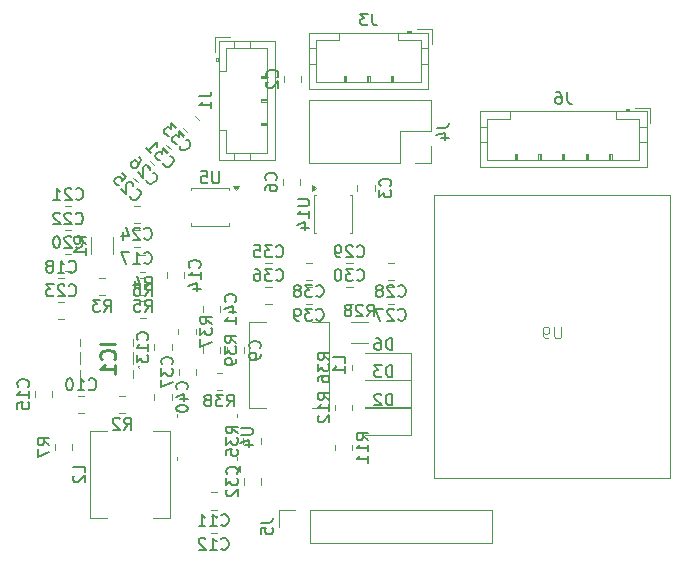
<source format=gbr>
%TF.GenerationSoftware,KiCad,Pcbnew,9.0.5*%
%TF.CreationDate,2026-01-03T13:47:43+01:00*%
%TF.ProjectId,CanSat,43616e53-6174-42e6-9b69-6361645f7063,rev?*%
%TF.SameCoordinates,Original*%
%TF.FileFunction,Legend,Bot*%
%TF.FilePolarity,Positive*%
%FSLAX46Y46*%
G04 Gerber Fmt 4.6, Leading zero omitted, Abs format (unit mm)*
G04 Created by KiCad (PCBNEW 9.0.5) date 2026-01-03 13:47:43*
%MOMM*%
%LPD*%
G01*
G04 APERTURE LIST*
%ADD10C,0.150000*%
%ADD11C,0.100000*%
%ADD12C,0.254000*%
%ADD13C,0.120000*%
G04 APERTURE END LIST*
D10*
X116230171Y-80286651D02*
X116230171Y-81000936D01*
X116230171Y-81000936D02*
X116277790Y-81143793D01*
X116277790Y-81143793D02*
X116373028Y-81239032D01*
X116373028Y-81239032D02*
X116515885Y-81286651D01*
X116515885Y-81286651D02*
X116611123Y-81286651D01*
X115325409Y-80286651D02*
X115515885Y-80286651D01*
X115515885Y-80286651D02*
X115611123Y-80334270D01*
X115611123Y-80334270D02*
X115658742Y-80381889D01*
X115658742Y-80381889D02*
X115753980Y-80524746D01*
X115753980Y-80524746D02*
X115801599Y-80715222D01*
X115801599Y-80715222D02*
X115801599Y-81096174D01*
X115801599Y-81096174D02*
X115753980Y-81191412D01*
X115753980Y-81191412D02*
X115706361Y-81239032D01*
X115706361Y-81239032D02*
X115611123Y-81286651D01*
X115611123Y-81286651D02*
X115420647Y-81286651D01*
X115420647Y-81286651D02*
X115325409Y-81239032D01*
X115325409Y-81239032D02*
X115277790Y-81191412D01*
X115277790Y-81191412D02*
X115230171Y-81096174D01*
X115230171Y-81096174D02*
X115230171Y-80858079D01*
X115230171Y-80858079D02*
X115277790Y-80762841D01*
X115277790Y-80762841D02*
X115325409Y-80715222D01*
X115325409Y-80715222D02*
X115420647Y-80667603D01*
X115420647Y-80667603D02*
X115611123Y-80667603D01*
X115611123Y-80667603D02*
X115706361Y-80715222D01*
X115706361Y-80715222D02*
X115753980Y-80762841D01*
X115753980Y-80762841D02*
X115801599Y-80858079D01*
X91569274Y-87748306D02*
X91616894Y-87700687D01*
X91616894Y-87700687D02*
X91664513Y-87557830D01*
X91664513Y-87557830D02*
X91664513Y-87462592D01*
X91664513Y-87462592D02*
X91616894Y-87319735D01*
X91616894Y-87319735D02*
X91521655Y-87224497D01*
X91521655Y-87224497D02*
X91426417Y-87176878D01*
X91426417Y-87176878D02*
X91235941Y-87129259D01*
X91235941Y-87129259D02*
X91093084Y-87129259D01*
X91093084Y-87129259D02*
X90902608Y-87176878D01*
X90902608Y-87176878D02*
X90807370Y-87224497D01*
X90807370Y-87224497D02*
X90712132Y-87319735D01*
X90712132Y-87319735D02*
X90664513Y-87462592D01*
X90664513Y-87462592D02*
X90664513Y-87557830D01*
X90664513Y-87557830D02*
X90712132Y-87700687D01*
X90712132Y-87700687D02*
X90759751Y-87748306D01*
X90664513Y-88605449D02*
X90664513Y-88414973D01*
X90664513Y-88414973D02*
X90712132Y-88319735D01*
X90712132Y-88319735D02*
X90759751Y-88272116D01*
X90759751Y-88272116D02*
X90902608Y-88176878D01*
X90902608Y-88176878D02*
X91093084Y-88129259D01*
X91093084Y-88129259D02*
X91474036Y-88129259D01*
X91474036Y-88129259D02*
X91569274Y-88176878D01*
X91569274Y-88176878D02*
X91616894Y-88224497D01*
X91616894Y-88224497D02*
X91664513Y-88319735D01*
X91664513Y-88319735D02*
X91664513Y-88510211D01*
X91664513Y-88510211D02*
X91616894Y-88605449D01*
X91616894Y-88605449D02*
X91569274Y-88653068D01*
X91569274Y-88653068D02*
X91474036Y-88700687D01*
X91474036Y-88700687D02*
X91235941Y-88700687D01*
X91235941Y-88700687D02*
X91140703Y-88653068D01*
X91140703Y-88653068D02*
X91093084Y-88605449D01*
X91093084Y-88605449D02*
X91045465Y-88510211D01*
X91045465Y-88510211D02*
X91045465Y-88319735D01*
X91045465Y-88319735D02*
X91093084Y-88224497D01*
X91093084Y-88224497D02*
X91140703Y-88176878D01*
X91140703Y-88176878D02*
X91235941Y-88129259D01*
X94992857Y-99539580D02*
X95040476Y-99587200D01*
X95040476Y-99587200D02*
X95183333Y-99634819D01*
X95183333Y-99634819D02*
X95278571Y-99634819D01*
X95278571Y-99634819D02*
X95421428Y-99587200D01*
X95421428Y-99587200D02*
X95516666Y-99491961D01*
X95516666Y-99491961D02*
X95564285Y-99396723D01*
X95564285Y-99396723D02*
X95611904Y-99206247D01*
X95611904Y-99206247D02*
X95611904Y-99063390D01*
X95611904Y-99063390D02*
X95564285Y-98872914D01*
X95564285Y-98872914D02*
X95516666Y-98777676D01*
X95516666Y-98777676D02*
X95421428Y-98682438D01*
X95421428Y-98682438D02*
X95278571Y-98634819D01*
X95278571Y-98634819D02*
X95183333Y-98634819D01*
X95183333Y-98634819D02*
X95040476Y-98682438D01*
X95040476Y-98682438D02*
X94992857Y-98730057D01*
X94659523Y-98634819D02*
X94040476Y-98634819D01*
X94040476Y-98634819D02*
X94373809Y-99015771D01*
X94373809Y-99015771D02*
X94230952Y-99015771D01*
X94230952Y-99015771D02*
X94135714Y-99063390D01*
X94135714Y-99063390D02*
X94088095Y-99111009D01*
X94088095Y-99111009D02*
X94040476Y-99206247D01*
X94040476Y-99206247D02*
X94040476Y-99444342D01*
X94040476Y-99444342D02*
X94088095Y-99539580D01*
X94088095Y-99539580D02*
X94135714Y-99587200D01*
X94135714Y-99587200D02*
X94230952Y-99634819D01*
X94230952Y-99634819D02*
X94516666Y-99634819D01*
X94516666Y-99634819D02*
X94611904Y-99587200D01*
X94611904Y-99587200D02*
X94659523Y-99539580D01*
X93564285Y-99634819D02*
X93373809Y-99634819D01*
X93373809Y-99634819D02*
X93278571Y-99587200D01*
X93278571Y-99587200D02*
X93230952Y-99539580D01*
X93230952Y-99539580D02*
X93135714Y-99396723D01*
X93135714Y-99396723D02*
X93088095Y-99206247D01*
X93088095Y-99206247D02*
X93088095Y-98825295D01*
X93088095Y-98825295D02*
X93135714Y-98730057D01*
X93135714Y-98730057D02*
X93183333Y-98682438D01*
X93183333Y-98682438D02*
X93278571Y-98634819D01*
X93278571Y-98634819D02*
X93469047Y-98634819D01*
X93469047Y-98634819D02*
X93564285Y-98682438D01*
X93564285Y-98682438D02*
X93611904Y-98730057D01*
X93611904Y-98730057D02*
X93659523Y-98825295D01*
X93659523Y-98825295D02*
X93659523Y-99063390D01*
X93659523Y-99063390D02*
X93611904Y-99158628D01*
X93611904Y-99158628D02*
X93564285Y-99206247D01*
X93564285Y-99206247D02*
X93469047Y-99253866D01*
X93469047Y-99253866D02*
X93278571Y-99253866D01*
X93278571Y-99253866D02*
X93183333Y-99206247D01*
X93183333Y-99206247D02*
X93135714Y-99158628D01*
X93135714Y-99158628D02*
X93088095Y-99063390D01*
X78715466Y-108863819D02*
X79048799Y-108387628D01*
X79286894Y-108863819D02*
X79286894Y-107863819D01*
X79286894Y-107863819D02*
X78905942Y-107863819D01*
X78905942Y-107863819D02*
X78810704Y-107911438D01*
X78810704Y-107911438D02*
X78763085Y-107959057D01*
X78763085Y-107959057D02*
X78715466Y-108054295D01*
X78715466Y-108054295D02*
X78715466Y-108197152D01*
X78715466Y-108197152D02*
X78763085Y-108292390D01*
X78763085Y-108292390D02*
X78810704Y-108340009D01*
X78810704Y-108340009D02*
X78905942Y-108387628D01*
X78905942Y-108387628D02*
X79286894Y-108387628D01*
X78334513Y-107959057D02*
X78286894Y-107911438D01*
X78286894Y-107911438D02*
X78191656Y-107863819D01*
X78191656Y-107863819D02*
X77953561Y-107863819D01*
X77953561Y-107863819D02*
X77858323Y-107911438D01*
X77858323Y-107911438D02*
X77810704Y-107959057D01*
X77810704Y-107959057D02*
X77763085Y-108054295D01*
X77763085Y-108054295D02*
X77763085Y-108149533D01*
X77763085Y-108149533D02*
X77810704Y-108292390D01*
X77810704Y-108292390D02*
X78382132Y-108863819D01*
X78382132Y-108863819D02*
X77763085Y-108863819D01*
X88604819Y-108738095D02*
X89414342Y-108738095D01*
X89414342Y-108738095D02*
X89509580Y-108785714D01*
X89509580Y-108785714D02*
X89557200Y-108833333D01*
X89557200Y-108833333D02*
X89604819Y-108928571D01*
X89604819Y-108928571D02*
X89604819Y-109119047D01*
X89604819Y-109119047D02*
X89557200Y-109214285D01*
X89557200Y-109214285D02*
X89509580Y-109261904D01*
X89509580Y-109261904D02*
X89414342Y-109309523D01*
X89414342Y-109309523D02*
X88604819Y-109309523D01*
X88938152Y-110214285D02*
X89604819Y-110214285D01*
X88557200Y-109976190D02*
X89271485Y-109738095D01*
X89271485Y-109738095D02*
X89271485Y-110357142D01*
X82747672Y-103343475D02*
X82795292Y-103295856D01*
X82795292Y-103295856D02*
X82842911Y-103152999D01*
X82842911Y-103152999D02*
X82842911Y-103057761D01*
X82842911Y-103057761D02*
X82795292Y-102914904D01*
X82795292Y-102914904D02*
X82700053Y-102819666D01*
X82700053Y-102819666D02*
X82604815Y-102772047D01*
X82604815Y-102772047D02*
X82414339Y-102724428D01*
X82414339Y-102724428D02*
X82271482Y-102724428D01*
X82271482Y-102724428D02*
X82081006Y-102772047D01*
X82081006Y-102772047D02*
X81985768Y-102819666D01*
X81985768Y-102819666D02*
X81890530Y-102914904D01*
X81890530Y-102914904D02*
X81842911Y-103057761D01*
X81842911Y-103057761D02*
X81842911Y-103152999D01*
X81842911Y-103152999D02*
X81890530Y-103295856D01*
X81890530Y-103295856D02*
X81938149Y-103343475D01*
X81842911Y-103676809D02*
X81842911Y-104295856D01*
X81842911Y-104295856D02*
X82223863Y-103962523D01*
X82223863Y-103962523D02*
X82223863Y-104105380D01*
X82223863Y-104105380D02*
X82271482Y-104200618D01*
X82271482Y-104200618D02*
X82319101Y-104248237D01*
X82319101Y-104248237D02*
X82414339Y-104295856D01*
X82414339Y-104295856D02*
X82652434Y-104295856D01*
X82652434Y-104295856D02*
X82747672Y-104248237D01*
X82747672Y-104248237D02*
X82795292Y-104200618D01*
X82795292Y-104200618D02*
X82842911Y-104105380D01*
X82842911Y-104105380D02*
X82842911Y-103819666D01*
X82842911Y-103819666D02*
X82795292Y-103724428D01*
X82795292Y-103724428D02*
X82747672Y-103676809D01*
X81842911Y-104629190D02*
X81842911Y-105295856D01*
X81842911Y-105295856D02*
X82842911Y-104867285D01*
X101942857Y-99539580D02*
X101990476Y-99587200D01*
X101990476Y-99587200D02*
X102133333Y-99634819D01*
X102133333Y-99634819D02*
X102228571Y-99634819D01*
X102228571Y-99634819D02*
X102371428Y-99587200D01*
X102371428Y-99587200D02*
X102466666Y-99491961D01*
X102466666Y-99491961D02*
X102514285Y-99396723D01*
X102514285Y-99396723D02*
X102561904Y-99206247D01*
X102561904Y-99206247D02*
X102561904Y-99063390D01*
X102561904Y-99063390D02*
X102514285Y-98872914D01*
X102514285Y-98872914D02*
X102466666Y-98777676D01*
X102466666Y-98777676D02*
X102371428Y-98682438D01*
X102371428Y-98682438D02*
X102228571Y-98634819D01*
X102228571Y-98634819D02*
X102133333Y-98634819D01*
X102133333Y-98634819D02*
X101990476Y-98682438D01*
X101990476Y-98682438D02*
X101942857Y-98730057D01*
X101561904Y-98730057D02*
X101514285Y-98682438D01*
X101514285Y-98682438D02*
X101419047Y-98634819D01*
X101419047Y-98634819D02*
X101180952Y-98634819D01*
X101180952Y-98634819D02*
X101085714Y-98682438D01*
X101085714Y-98682438D02*
X101038095Y-98730057D01*
X101038095Y-98730057D02*
X100990476Y-98825295D01*
X100990476Y-98825295D02*
X100990476Y-98920533D01*
X100990476Y-98920533D02*
X101038095Y-99063390D01*
X101038095Y-99063390D02*
X101609523Y-99634819D01*
X101609523Y-99634819D02*
X100990476Y-99634819D01*
X100657142Y-98634819D02*
X99990476Y-98634819D01*
X99990476Y-98634819D02*
X100419047Y-99634819D01*
D11*
X115721755Y-100148777D02*
X115721755Y-100958300D01*
X115721755Y-100958300D02*
X115674136Y-101053538D01*
X115674136Y-101053538D02*
X115626517Y-101101158D01*
X115626517Y-101101158D02*
X115531279Y-101148777D01*
X115531279Y-101148777D02*
X115340803Y-101148777D01*
X115340803Y-101148777D02*
X115245565Y-101101158D01*
X115245565Y-101101158D02*
X115197946Y-101053538D01*
X115197946Y-101053538D02*
X115150327Y-100958300D01*
X115150327Y-100958300D02*
X115150327Y-100148777D01*
X114626517Y-101148777D02*
X114436041Y-101148777D01*
X114436041Y-101148777D02*
X114340803Y-101101158D01*
X114340803Y-101101158D02*
X114293184Y-101053538D01*
X114293184Y-101053538D02*
X114197946Y-100910681D01*
X114197946Y-100910681D02*
X114150327Y-100720205D01*
X114150327Y-100720205D02*
X114150327Y-100339253D01*
X114150327Y-100339253D02*
X114197946Y-100244015D01*
X114197946Y-100244015D02*
X114245565Y-100196396D01*
X114245565Y-100196396D02*
X114340803Y-100148777D01*
X114340803Y-100148777D02*
X114531279Y-100148777D01*
X114531279Y-100148777D02*
X114626517Y-100196396D01*
X114626517Y-100196396D02*
X114674136Y-100244015D01*
X114674136Y-100244015D02*
X114721755Y-100339253D01*
X114721755Y-100339253D02*
X114721755Y-100577348D01*
X114721755Y-100577348D02*
X114674136Y-100672586D01*
X114674136Y-100672586D02*
X114626517Y-100720205D01*
X114626517Y-100720205D02*
X114531279Y-100767824D01*
X114531279Y-100767824D02*
X114340803Y-100767824D01*
X114340803Y-100767824D02*
X114245565Y-100720205D01*
X114245565Y-100720205D02*
X114197946Y-100672586D01*
X114197946Y-100672586D02*
X114150327Y-100577348D01*
D12*
X77977718Y-101582237D02*
X76707718Y-101582237D01*
X77856765Y-102912714D02*
X77917242Y-102852238D01*
X77917242Y-102852238D02*
X77977718Y-102670809D01*
X77977718Y-102670809D02*
X77977718Y-102549857D01*
X77977718Y-102549857D02*
X77917242Y-102368428D01*
X77917242Y-102368428D02*
X77796289Y-102247476D01*
X77796289Y-102247476D02*
X77675337Y-102186999D01*
X77675337Y-102186999D02*
X77433432Y-102126523D01*
X77433432Y-102126523D02*
X77252003Y-102126523D01*
X77252003Y-102126523D02*
X77010099Y-102186999D01*
X77010099Y-102186999D02*
X76889146Y-102247476D01*
X76889146Y-102247476D02*
X76768194Y-102368428D01*
X76768194Y-102368428D02*
X76707718Y-102549857D01*
X76707718Y-102549857D02*
X76707718Y-102670809D01*
X76707718Y-102670809D02*
X76768194Y-102852238D01*
X76768194Y-102852238D02*
X76828670Y-102912714D01*
X77977718Y-104122238D02*
X77977718Y-103396523D01*
X77977718Y-103759380D02*
X76707718Y-103759380D01*
X76707718Y-103759380D02*
X76889146Y-103638428D01*
X76889146Y-103638428D02*
X77010099Y-103517476D01*
X77010099Y-103517476D02*
X77070575Y-103396523D01*
D10*
X86761904Y-87004819D02*
X86761904Y-87814342D01*
X86761904Y-87814342D02*
X86714285Y-87909580D01*
X86714285Y-87909580D02*
X86666666Y-87957200D01*
X86666666Y-87957200D02*
X86571428Y-88004819D01*
X86571428Y-88004819D02*
X86380952Y-88004819D01*
X86380952Y-88004819D02*
X86285714Y-87957200D01*
X86285714Y-87957200D02*
X86238095Y-87909580D01*
X86238095Y-87909580D02*
X86190476Y-87814342D01*
X86190476Y-87814342D02*
X86190476Y-87004819D01*
X85238095Y-87004819D02*
X85714285Y-87004819D01*
X85714285Y-87004819D02*
X85761904Y-87481009D01*
X85761904Y-87481009D02*
X85714285Y-87433390D01*
X85714285Y-87433390D02*
X85619047Y-87385771D01*
X85619047Y-87385771D02*
X85380952Y-87385771D01*
X85380952Y-87385771D02*
X85285714Y-87433390D01*
X85285714Y-87433390D02*
X85238095Y-87481009D01*
X85238095Y-87481009D02*
X85190476Y-87576247D01*
X85190476Y-87576247D02*
X85190476Y-87814342D01*
X85190476Y-87814342D02*
X85238095Y-87909580D01*
X85238095Y-87909580D02*
X85285714Y-87957200D01*
X85285714Y-87957200D02*
X85380952Y-88004819D01*
X85380952Y-88004819D02*
X85619047Y-88004819D01*
X85619047Y-88004819D02*
X85714285Y-87957200D01*
X85714285Y-87957200D02*
X85761904Y-87909580D01*
X86942857Y-116939580D02*
X86990476Y-116987200D01*
X86990476Y-116987200D02*
X87133333Y-117034819D01*
X87133333Y-117034819D02*
X87228571Y-117034819D01*
X87228571Y-117034819D02*
X87371428Y-116987200D01*
X87371428Y-116987200D02*
X87466666Y-116891961D01*
X87466666Y-116891961D02*
X87514285Y-116796723D01*
X87514285Y-116796723D02*
X87561904Y-116606247D01*
X87561904Y-116606247D02*
X87561904Y-116463390D01*
X87561904Y-116463390D02*
X87514285Y-116272914D01*
X87514285Y-116272914D02*
X87466666Y-116177676D01*
X87466666Y-116177676D02*
X87371428Y-116082438D01*
X87371428Y-116082438D02*
X87228571Y-116034819D01*
X87228571Y-116034819D02*
X87133333Y-116034819D01*
X87133333Y-116034819D02*
X86990476Y-116082438D01*
X86990476Y-116082438D02*
X86942857Y-116130057D01*
X85990476Y-117034819D02*
X86561904Y-117034819D01*
X86276190Y-117034819D02*
X86276190Y-116034819D01*
X86276190Y-116034819D02*
X86371428Y-116177676D01*
X86371428Y-116177676D02*
X86466666Y-116272914D01*
X86466666Y-116272914D02*
X86561904Y-116320533D01*
X85038095Y-117034819D02*
X85609523Y-117034819D01*
X85323809Y-117034819D02*
X85323809Y-116034819D01*
X85323809Y-116034819D02*
X85419047Y-116177676D01*
X85419047Y-116177676D02*
X85514285Y-116272914D01*
X85514285Y-116272914D02*
X85609523Y-116320533D01*
X80442857Y-92689580D02*
X80490476Y-92737200D01*
X80490476Y-92737200D02*
X80633333Y-92784819D01*
X80633333Y-92784819D02*
X80728571Y-92784819D01*
X80728571Y-92784819D02*
X80871428Y-92737200D01*
X80871428Y-92737200D02*
X80966666Y-92641961D01*
X80966666Y-92641961D02*
X81014285Y-92546723D01*
X81014285Y-92546723D02*
X81061904Y-92356247D01*
X81061904Y-92356247D02*
X81061904Y-92213390D01*
X81061904Y-92213390D02*
X81014285Y-92022914D01*
X81014285Y-92022914D02*
X80966666Y-91927676D01*
X80966666Y-91927676D02*
X80871428Y-91832438D01*
X80871428Y-91832438D02*
X80728571Y-91784819D01*
X80728571Y-91784819D02*
X80633333Y-91784819D01*
X80633333Y-91784819D02*
X80490476Y-91832438D01*
X80490476Y-91832438D02*
X80442857Y-91880057D01*
X80061904Y-91880057D02*
X80014285Y-91832438D01*
X80014285Y-91832438D02*
X79919047Y-91784819D01*
X79919047Y-91784819D02*
X79680952Y-91784819D01*
X79680952Y-91784819D02*
X79585714Y-91832438D01*
X79585714Y-91832438D02*
X79538095Y-91880057D01*
X79538095Y-91880057D02*
X79490476Y-91975295D01*
X79490476Y-91975295D02*
X79490476Y-92070533D01*
X79490476Y-92070533D02*
X79538095Y-92213390D01*
X79538095Y-92213390D02*
X80109523Y-92784819D01*
X80109523Y-92784819D02*
X79490476Y-92784819D01*
X78633333Y-92118152D02*
X78633333Y-92784819D01*
X78871428Y-91737200D02*
X79109523Y-92451485D01*
X79109523Y-92451485D02*
X78490476Y-92451485D01*
X99404819Y-109757142D02*
X98928628Y-109423809D01*
X99404819Y-109185714D02*
X98404819Y-109185714D01*
X98404819Y-109185714D02*
X98404819Y-109566666D01*
X98404819Y-109566666D02*
X98452438Y-109661904D01*
X98452438Y-109661904D02*
X98500057Y-109709523D01*
X98500057Y-109709523D02*
X98595295Y-109757142D01*
X98595295Y-109757142D02*
X98738152Y-109757142D01*
X98738152Y-109757142D02*
X98833390Y-109709523D01*
X98833390Y-109709523D02*
X98881009Y-109661904D01*
X98881009Y-109661904D02*
X98928628Y-109566666D01*
X98928628Y-109566666D02*
X98928628Y-109185714D01*
X99404819Y-110709523D02*
X99404819Y-110138095D01*
X99404819Y-110423809D02*
X98404819Y-110423809D01*
X98404819Y-110423809D02*
X98547676Y-110328571D01*
X98547676Y-110328571D02*
X98642914Y-110233333D01*
X98642914Y-110233333D02*
X98690533Y-110138095D01*
X99404819Y-111661904D02*
X99404819Y-111090476D01*
X99404819Y-111376190D02*
X98404819Y-111376190D01*
X98404819Y-111376190D02*
X98547676Y-111280952D01*
X98547676Y-111280952D02*
X98642914Y-111185714D01*
X98642914Y-111185714D02*
X98690533Y-111090476D01*
X80470066Y-96926819D02*
X80803399Y-96450628D01*
X81041494Y-96926819D02*
X81041494Y-95926819D01*
X81041494Y-95926819D02*
X80660542Y-95926819D01*
X80660542Y-95926819D02*
X80565304Y-95974438D01*
X80565304Y-95974438D02*
X80517685Y-96022057D01*
X80517685Y-96022057D02*
X80470066Y-96117295D01*
X80470066Y-96117295D02*
X80470066Y-96260152D01*
X80470066Y-96260152D02*
X80517685Y-96355390D01*
X80517685Y-96355390D02*
X80565304Y-96403009D01*
X80565304Y-96403009D02*
X80660542Y-96450628D01*
X80660542Y-96450628D02*
X81041494Y-96450628D01*
X79612923Y-96260152D02*
X79612923Y-96926819D01*
X79851018Y-95879200D02*
X80089113Y-96593485D01*
X80089113Y-96593485D02*
X79470066Y-96593485D01*
X75414019Y-112485133D02*
X75414019Y-112008943D01*
X75414019Y-112008943D02*
X74414019Y-112008943D01*
X74509257Y-112770848D02*
X74461638Y-112818467D01*
X74461638Y-112818467D02*
X74414019Y-112913705D01*
X74414019Y-112913705D02*
X74414019Y-113151800D01*
X74414019Y-113151800D02*
X74461638Y-113247038D01*
X74461638Y-113247038D02*
X74509257Y-113294657D01*
X74509257Y-113294657D02*
X74604495Y-113342276D01*
X74604495Y-113342276D02*
X74699733Y-113342276D01*
X74699733Y-113342276D02*
X74842590Y-113294657D01*
X74842590Y-113294657D02*
X75414019Y-112723229D01*
X75414019Y-112723229D02*
X75414019Y-113342276D01*
X84039580Y-105457142D02*
X84087200Y-105409523D01*
X84087200Y-105409523D02*
X84134819Y-105266666D01*
X84134819Y-105266666D02*
X84134819Y-105171428D01*
X84134819Y-105171428D02*
X84087200Y-105028571D01*
X84087200Y-105028571D02*
X83991961Y-104933333D01*
X83991961Y-104933333D02*
X83896723Y-104885714D01*
X83896723Y-104885714D02*
X83706247Y-104838095D01*
X83706247Y-104838095D02*
X83563390Y-104838095D01*
X83563390Y-104838095D02*
X83372914Y-104885714D01*
X83372914Y-104885714D02*
X83277676Y-104933333D01*
X83277676Y-104933333D02*
X83182438Y-105028571D01*
X83182438Y-105028571D02*
X83134819Y-105171428D01*
X83134819Y-105171428D02*
X83134819Y-105266666D01*
X83134819Y-105266666D02*
X83182438Y-105409523D01*
X83182438Y-105409523D02*
X83230057Y-105457142D01*
X83468152Y-106314285D02*
X84134819Y-106314285D01*
X83087200Y-106076190D02*
X83801485Y-105838095D01*
X83801485Y-105838095D02*
X83801485Y-106457142D01*
X83134819Y-107028571D02*
X83134819Y-107123809D01*
X83134819Y-107123809D02*
X83182438Y-107219047D01*
X83182438Y-107219047D02*
X83230057Y-107266666D01*
X83230057Y-107266666D02*
X83325295Y-107314285D01*
X83325295Y-107314285D02*
X83515771Y-107361904D01*
X83515771Y-107361904D02*
X83753866Y-107361904D01*
X83753866Y-107361904D02*
X83944342Y-107314285D01*
X83944342Y-107314285D02*
X84039580Y-107266666D01*
X84039580Y-107266666D02*
X84087200Y-107219047D01*
X84087200Y-107219047D02*
X84134819Y-107123809D01*
X84134819Y-107123809D02*
X84134819Y-107028571D01*
X84134819Y-107028571D02*
X84087200Y-106933333D01*
X84087200Y-106933333D02*
X84039580Y-106885714D01*
X84039580Y-106885714D02*
X83944342Y-106838095D01*
X83944342Y-106838095D02*
X83753866Y-106790476D01*
X83753866Y-106790476D02*
X83515771Y-106790476D01*
X83515771Y-106790476D02*
X83325295Y-106838095D01*
X83325295Y-106838095D02*
X83230057Y-106885714D01*
X83230057Y-106885714D02*
X83182438Y-106933333D01*
X83182438Y-106933333D02*
X83134819Y-107028571D01*
X83412367Y-84896769D02*
X83412367Y-84964113D01*
X83412367Y-84964113D02*
X83479711Y-85098800D01*
X83479711Y-85098800D02*
X83547054Y-85166143D01*
X83547054Y-85166143D02*
X83681741Y-85233487D01*
X83681741Y-85233487D02*
X83816428Y-85233487D01*
X83816428Y-85233487D02*
X83917443Y-85199815D01*
X83917443Y-85199815D02*
X84085802Y-85098800D01*
X84085802Y-85098800D02*
X84186817Y-84997785D01*
X84186817Y-84997785D02*
X84287833Y-84829426D01*
X84287833Y-84829426D02*
X84321504Y-84728411D01*
X84321504Y-84728411D02*
X84321504Y-84593724D01*
X84321504Y-84593724D02*
X84254161Y-84459037D01*
X84254161Y-84459037D02*
X84186817Y-84391693D01*
X84186817Y-84391693D02*
X84052130Y-84324350D01*
X84052130Y-84324350D02*
X83984787Y-84324350D01*
X83816428Y-84021304D02*
X83378695Y-83583571D01*
X83378695Y-83583571D02*
X83345024Y-84088647D01*
X83345024Y-84088647D02*
X83244008Y-83987632D01*
X83244008Y-83987632D02*
X83142993Y-83953960D01*
X83142993Y-83953960D02*
X83075650Y-83953960D01*
X83075650Y-83953960D02*
X82974634Y-83987632D01*
X82974634Y-83987632D02*
X82806276Y-84155991D01*
X82806276Y-84155991D02*
X82772604Y-84257006D01*
X82772604Y-84257006D02*
X82772604Y-84324350D01*
X82772604Y-84324350D02*
X82806276Y-84425365D01*
X82806276Y-84425365D02*
X83008306Y-84627395D01*
X83008306Y-84627395D02*
X83109321Y-84661067D01*
X83109321Y-84661067D02*
X83176665Y-84661067D01*
X83142993Y-83347869D02*
X82705260Y-82910136D01*
X82705260Y-82910136D02*
X82671588Y-83415212D01*
X82671588Y-83415212D02*
X82570573Y-83314197D01*
X82570573Y-83314197D02*
X82469558Y-83280525D01*
X82469558Y-83280525D02*
X82402214Y-83280525D01*
X82402214Y-83280525D02*
X82301199Y-83314197D01*
X82301199Y-83314197D02*
X82132840Y-83482556D01*
X82132840Y-83482556D02*
X82099169Y-83583571D01*
X82099169Y-83583571D02*
X82099169Y-83650914D01*
X82099169Y-83650914D02*
X82132840Y-83751930D01*
X82132840Y-83751930D02*
X82334871Y-83953960D01*
X82334871Y-83953960D02*
X82435886Y-83987632D01*
X82435886Y-83987632D02*
X82503230Y-83987632D01*
X77020066Y-98876819D02*
X77353399Y-98400628D01*
X77591494Y-98876819D02*
X77591494Y-97876819D01*
X77591494Y-97876819D02*
X77210542Y-97876819D01*
X77210542Y-97876819D02*
X77115304Y-97924438D01*
X77115304Y-97924438D02*
X77067685Y-97972057D01*
X77067685Y-97972057D02*
X77020066Y-98067295D01*
X77020066Y-98067295D02*
X77020066Y-98210152D01*
X77020066Y-98210152D02*
X77067685Y-98305390D01*
X77067685Y-98305390D02*
X77115304Y-98353009D01*
X77115304Y-98353009D02*
X77210542Y-98400628D01*
X77210542Y-98400628D02*
X77591494Y-98400628D01*
X76686732Y-97876819D02*
X76067685Y-97876819D01*
X76067685Y-97876819D02*
X76401018Y-98257771D01*
X76401018Y-98257771D02*
X76258161Y-98257771D01*
X76258161Y-98257771D02*
X76162923Y-98305390D01*
X76162923Y-98305390D02*
X76115304Y-98353009D01*
X76115304Y-98353009D02*
X76067685Y-98448247D01*
X76067685Y-98448247D02*
X76067685Y-98686342D01*
X76067685Y-98686342D02*
X76115304Y-98781580D01*
X76115304Y-98781580D02*
X76162923Y-98829200D01*
X76162923Y-98829200D02*
X76258161Y-98876819D01*
X76258161Y-98876819D02*
X76543875Y-98876819D01*
X76543875Y-98876819D02*
X76639113Y-98829200D01*
X76639113Y-98829200D02*
X76686732Y-98781580D01*
X80612367Y-87696769D02*
X80612367Y-87764113D01*
X80612367Y-87764113D02*
X80679711Y-87898800D01*
X80679711Y-87898800D02*
X80747054Y-87966143D01*
X80747054Y-87966143D02*
X80881741Y-88033487D01*
X80881741Y-88033487D02*
X81016428Y-88033487D01*
X81016428Y-88033487D02*
X81117443Y-87999815D01*
X81117443Y-87999815D02*
X81285802Y-87898800D01*
X81285802Y-87898800D02*
X81386817Y-87797785D01*
X81386817Y-87797785D02*
X81487833Y-87629426D01*
X81487833Y-87629426D02*
X81521504Y-87528411D01*
X81521504Y-87528411D02*
X81521504Y-87393724D01*
X81521504Y-87393724D02*
X81454161Y-87259037D01*
X81454161Y-87259037D02*
X81386817Y-87191693D01*
X81386817Y-87191693D02*
X81252130Y-87124350D01*
X81252130Y-87124350D02*
X81184787Y-87124350D01*
X80915413Y-86854976D02*
X80915413Y-86787632D01*
X80915413Y-86787632D02*
X80881741Y-86686617D01*
X80881741Y-86686617D02*
X80713382Y-86518258D01*
X80713382Y-86518258D02*
X80612367Y-86484586D01*
X80612367Y-86484586D02*
X80545024Y-86484586D01*
X80545024Y-86484586D02*
X80444008Y-86518258D01*
X80444008Y-86518258D02*
X80376665Y-86585602D01*
X80376665Y-86585602D02*
X80309321Y-86720289D01*
X80309321Y-86720289D02*
X80309321Y-87528411D01*
X80309321Y-87528411D02*
X79871589Y-87090678D01*
X79972604Y-85777479D02*
X80107291Y-85912166D01*
X80107291Y-85912166D02*
X80140962Y-86013182D01*
X80140962Y-86013182D02*
X80140962Y-86080525D01*
X80140962Y-86080525D02*
X80107291Y-86248884D01*
X80107291Y-86248884D02*
X80006275Y-86417243D01*
X80006275Y-86417243D02*
X79736901Y-86686617D01*
X79736901Y-86686617D02*
X79635886Y-86720288D01*
X79635886Y-86720288D02*
X79568543Y-86720288D01*
X79568543Y-86720288D02*
X79467527Y-86686617D01*
X79467527Y-86686617D02*
X79332840Y-86551930D01*
X79332840Y-86551930D02*
X79299169Y-86450914D01*
X79299169Y-86450914D02*
X79299169Y-86383571D01*
X79299169Y-86383571D02*
X79332840Y-86282556D01*
X79332840Y-86282556D02*
X79501199Y-86114197D01*
X79501199Y-86114197D02*
X79602214Y-86080525D01*
X79602214Y-86080525D02*
X79669558Y-86080525D01*
X79669558Y-86080525D02*
X79770573Y-86114197D01*
X79770573Y-86114197D02*
X79905260Y-86248884D01*
X79905260Y-86248884D02*
X79938932Y-86349899D01*
X79938932Y-86349899D02*
X79938932Y-86417243D01*
X79938932Y-86417243D02*
X79905260Y-86518258D01*
X86164819Y-99907142D02*
X85688628Y-99573809D01*
X86164819Y-99335714D02*
X85164819Y-99335714D01*
X85164819Y-99335714D02*
X85164819Y-99716666D01*
X85164819Y-99716666D02*
X85212438Y-99811904D01*
X85212438Y-99811904D02*
X85260057Y-99859523D01*
X85260057Y-99859523D02*
X85355295Y-99907142D01*
X85355295Y-99907142D02*
X85498152Y-99907142D01*
X85498152Y-99907142D02*
X85593390Y-99859523D01*
X85593390Y-99859523D02*
X85641009Y-99811904D01*
X85641009Y-99811904D02*
X85688628Y-99716666D01*
X85688628Y-99716666D02*
X85688628Y-99335714D01*
X85164819Y-100240476D02*
X85164819Y-100859523D01*
X85164819Y-100859523D02*
X85545771Y-100526190D01*
X85545771Y-100526190D02*
X85545771Y-100669047D01*
X85545771Y-100669047D02*
X85593390Y-100764285D01*
X85593390Y-100764285D02*
X85641009Y-100811904D01*
X85641009Y-100811904D02*
X85736247Y-100859523D01*
X85736247Y-100859523D02*
X85974342Y-100859523D01*
X85974342Y-100859523D02*
X86069580Y-100811904D01*
X86069580Y-100811904D02*
X86117200Y-100764285D01*
X86117200Y-100764285D02*
X86164819Y-100669047D01*
X86164819Y-100669047D02*
X86164819Y-100383333D01*
X86164819Y-100383333D02*
X86117200Y-100288095D01*
X86117200Y-100288095D02*
X86069580Y-100240476D01*
X85164819Y-101192857D02*
X85164819Y-101859523D01*
X85164819Y-101859523D02*
X86164819Y-101430952D01*
X96104819Y-102957142D02*
X95628628Y-102623809D01*
X96104819Y-102385714D02*
X95104819Y-102385714D01*
X95104819Y-102385714D02*
X95104819Y-102766666D01*
X95104819Y-102766666D02*
X95152438Y-102861904D01*
X95152438Y-102861904D02*
X95200057Y-102909523D01*
X95200057Y-102909523D02*
X95295295Y-102957142D01*
X95295295Y-102957142D02*
X95438152Y-102957142D01*
X95438152Y-102957142D02*
X95533390Y-102909523D01*
X95533390Y-102909523D02*
X95581009Y-102861904D01*
X95581009Y-102861904D02*
X95628628Y-102766666D01*
X95628628Y-102766666D02*
X95628628Y-102385714D01*
X95104819Y-103290476D02*
X95104819Y-103909523D01*
X95104819Y-103909523D02*
X95485771Y-103576190D01*
X95485771Y-103576190D02*
X95485771Y-103719047D01*
X95485771Y-103719047D02*
X95533390Y-103814285D01*
X95533390Y-103814285D02*
X95581009Y-103861904D01*
X95581009Y-103861904D02*
X95676247Y-103909523D01*
X95676247Y-103909523D02*
X95914342Y-103909523D01*
X95914342Y-103909523D02*
X96009580Y-103861904D01*
X96009580Y-103861904D02*
X96057200Y-103814285D01*
X96057200Y-103814285D02*
X96104819Y-103719047D01*
X96104819Y-103719047D02*
X96104819Y-103433333D01*
X96104819Y-103433333D02*
X96057200Y-103338095D01*
X96057200Y-103338095D02*
X96009580Y-103290476D01*
X95104819Y-104766666D02*
X95104819Y-104576190D01*
X95104819Y-104576190D02*
X95152438Y-104480952D01*
X95152438Y-104480952D02*
X95200057Y-104433333D01*
X95200057Y-104433333D02*
X95342914Y-104338095D01*
X95342914Y-104338095D02*
X95533390Y-104290476D01*
X95533390Y-104290476D02*
X95914342Y-104290476D01*
X95914342Y-104290476D02*
X96009580Y-104338095D01*
X96009580Y-104338095D02*
X96057200Y-104385714D01*
X96057200Y-104385714D02*
X96104819Y-104480952D01*
X96104819Y-104480952D02*
X96104819Y-104671428D01*
X96104819Y-104671428D02*
X96057200Y-104766666D01*
X96057200Y-104766666D02*
X96009580Y-104814285D01*
X96009580Y-104814285D02*
X95914342Y-104861904D01*
X95914342Y-104861904D02*
X95676247Y-104861904D01*
X95676247Y-104861904D02*
X95581009Y-104814285D01*
X95581009Y-104814285D02*
X95533390Y-104766666D01*
X95533390Y-104766666D02*
X95485771Y-104671428D01*
X95485771Y-104671428D02*
X95485771Y-104480952D01*
X95485771Y-104480952D02*
X95533390Y-104385714D01*
X95533390Y-104385714D02*
X95581009Y-104338095D01*
X95581009Y-104338095D02*
X95676247Y-104290476D01*
X80679580Y-101257142D02*
X80727200Y-101209523D01*
X80727200Y-101209523D02*
X80774819Y-101066666D01*
X80774819Y-101066666D02*
X80774819Y-100971428D01*
X80774819Y-100971428D02*
X80727200Y-100828571D01*
X80727200Y-100828571D02*
X80631961Y-100733333D01*
X80631961Y-100733333D02*
X80536723Y-100685714D01*
X80536723Y-100685714D02*
X80346247Y-100638095D01*
X80346247Y-100638095D02*
X80203390Y-100638095D01*
X80203390Y-100638095D02*
X80012914Y-100685714D01*
X80012914Y-100685714D02*
X79917676Y-100733333D01*
X79917676Y-100733333D02*
X79822438Y-100828571D01*
X79822438Y-100828571D02*
X79774819Y-100971428D01*
X79774819Y-100971428D02*
X79774819Y-101066666D01*
X79774819Y-101066666D02*
X79822438Y-101209523D01*
X79822438Y-101209523D02*
X79870057Y-101257142D01*
X80774819Y-102209523D02*
X80774819Y-101638095D01*
X80774819Y-101923809D02*
X79774819Y-101923809D01*
X79774819Y-101923809D02*
X79917676Y-101828571D01*
X79917676Y-101828571D02*
X80012914Y-101733333D01*
X80012914Y-101733333D02*
X80060533Y-101638095D01*
X79774819Y-102542857D02*
X79774819Y-103161904D01*
X79774819Y-103161904D02*
X80155771Y-102828571D01*
X80155771Y-102828571D02*
X80155771Y-102971428D01*
X80155771Y-102971428D02*
X80203390Y-103066666D01*
X80203390Y-103066666D02*
X80251009Y-103114285D01*
X80251009Y-103114285D02*
X80346247Y-103161904D01*
X80346247Y-103161904D02*
X80584342Y-103161904D01*
X80584342Y-103161904D02*
X80679580Y-103114285D01*
X80679580Y-103114285D02*
X80727200Y-103066666D01*
X80727200Y-103066666D02*
X80774819Y-102971428D01*
X80774819Y-102971428D02*
X80774819Y-102685714D01*
X80774819Y-102685714D02*
X80727200Y-102590476D01*
X80727200Y-102590476D02*
X80679580Y-102542857D01*
X101438094Y-102124819D02*
X101438094Y-101124819D01*
X101438094Y-101124819D02*
X101199999Y-101124819D01*
X101199999Y-101124819D02*
X101057142Y-101172438D01*
X101057142Y-101172438D02*
X100961904Y-101267676D01*
X100961904Y-101267676D02*
X100914285Y-101362914D01*
X100914285Y-101362914D02*
X100866666Y-101553390D01*
X100866666Y-101553390D02*
X100866666Y-101696247D01*
X100866666Y-101696247D02*
X100914285Y-101886723D01*
X100914285Y-101886723D02*
X100961904Y-101981961D01*
X100961904Y-101981961D02*
X101057142Y-102077200D01*
X101057142Y-102077200D02*
X101199999Y-102124819D01*
X101199999Y-102124819D02*
X101438094Y-102124819D01*
X100009523Y-101124819D02*
X100199999Y-101124819D01*
X100199999Y-101124819D02*
X100295237Y-101172438D01*
X100295237Y-101172438D02*
X100342856Y-101220057D01*
X100342856Y-101220057D02*
X100438094Y-101362914D01*
X100438094Y-101362914D02*
X100485713Y-101553390D01*
X100485713Y-101553390D02*
X100485713Y-101934342D01*
X100485713Y-101934342D02*
X100438094Y-102029580D01*
X100438094Y-102029580D02*
X100390475Y-102077200D01*
X100390475Y-102077200D02*
X100295237Y-102124819D01*
X100295237Y-102124819D02*
X100104761Y-102124819D01*
X100104761Y-102124819D02*
X100009523Y-102077200D01*
X100009523Y-102077200D02*
X99961904Y-102029580D01*
X99961904Y-102029580D02*
X99914285Y-101934342D01*
X99914285Y-101934342D02*
X99914285Y-101696247D01*
X99914285Y-101696247D02*
X99961904Y-101601009D01*
X99961904Y-101601009D02*
X100009523Y-101553390D01*
X100009523Y-101553390D02*
X100104761Y-101505771D01*
X100104761Y-101505771D02*
X100295237Y-101505771D01*
X100295237Y-101505771D02*
X100390475Y-101553390D01*
X100390475Y-101553390D02*
X100438094Y-101601009D01*
X100438094Y-101601009D02*
X100485713Y-101696247D01*
X88139580Y-98037142D02*
X88187200Y-97989523D01*
X88187200Y-97989523D02*
X88234819Y-97846666D01*
X88234819Y-97846666D02*
X88234819Y-97751428D01*
X88234819Y-97751428D02*
X88187200Y-97608571D01*
X88187200Y-97608571D02*
X88091961Y-97513333D01*
X88091961Y-97513333D02*
X87996723Y-97465714D01*
X87996723Y-97465714D02*
X87806247Y-97418095D01*
X87806247Y-97418095D02*
X87663390Y-97418095D01*
X87663390Y-97418095D02*
X87472914Y-97465714D01*
X87472914Y-97465714D02*
X87377676Y-97513333D01*
X87377676Y-97513333D02*
X87282438Y-97608571D01*
X87282438Y-97608571D02*
X87234819Y-97751428D01*
X87234819Y-97751428D02*
X87234819Y-97846666D01*
X87234819Y-97846666D02*
X87282438Y-97989523D01*
X87282438Y-97989523D02*
X87330057Y-98037142D01*
X87568152Y-98894285D02*
X88234819Y-98894285D01*
X87187200Y-98656190D02*
X87901485Y-98418095D01*
X87901485Y-98418095D02*
X87901485Y-99037142D01*
X88234819Y-99941904D02*
X88234819Y-99370476D01*
X88234819Y-99656190D02*
X87234819Y-99656190D01*
X87234819Y-99656190D02*
X87377676Y-99560952D01*
X87377676Y-99560952D02*
X87472914Y-99465714D01*
X87472914Y-99465714D02*
X87520533Y-99370476D01*
X91592857Y-94179580D02*
X91640476Y-94227200D01*
X91640476Y-94227200D02*
X91783333Y-94274819D01*
X91783333Y-94274819D02*
X91878571Y-94274819D01*
X91878571Y-94274819D02*
X92021428Y-94227200D01*
X92021428Y-94227200D02*
X92116666Y-94131961D01*
X92116666Y-94131961D02*
X92164285Y-94036723D01*
X92164285Y-94036723D02*
X92211904Y-93846247D01*
X92211904Y-93846247D02*
X92211904Y-93703390D01*
X92211904Y-93703390D02*
X92164285Y-93512914D01*
X92164285Y-93512914D02*
X92116666Y-93417676D01*
X92116666Y-93417676D02*
X92021428Y-93322438D01*
X92021428Y-93322438D02*
X91878571Y-93274819D01*
X91878571Y-93274819D02*
X91783333Y-93274819D01*
X91783333Y-93274819D02*
X91640476Y-93322438D01*
X91640476Y-93322438D02*
X91592857Y-93370057D01*
X91259523Y-93274819D02*
X90640476Y-93274819D01*
X90640476Y-93274819D02*
X90973809Y-93655771D01*
X90973809Y-93655771D02*
X90830952Y-93655771D01*
X90830952Y-93655771D02*
X90735714Y-93703390D01*
X90735714Y-93703390D02*
X90688095Y-93751009D01*
X90688095Y-93751009D02*
X90640476Y-93846247D01*
X90640476Y-93846247D02*
X90640476Y-94084342D01*
X90640476Y-94084342D02*
X90688095Y-94179580D01*
X90688095Y-94179580D02*
X90735714Y-94227200D01*
X90735714Y-94227200D02*
X90830952Y-94274819D01*
X90830952Y-94274819D02*
X91116666Y-94274819D01*
X91116666Y-94274819D02*
X91211904Y-94227200D01*
X91211904Y-94227200D02*
X91259523Y-94179580D01*
X89735714Y-93274819D02*
X90211904Y-93274819D01*
X90211904Y-93274819D02*
X90259523Y-93751009D01*
X90259523Y-93751009D02*
X90211904Y-93703390D01*
X90211904Y-93703390D02*
X90116666Y-93655771D01*
X90116666Y-93655771D02*
X89878571Y-93655771D01*
X89878571Y-93655771D02*
X89783333Y-93703390D01*
X89783333Y-93703390D02*
X89735714Y-93751009D01*
X89735714Y-93751009D02*
X89688095Y-93846247D01*
X89688095Y-93846247D02*
X89688095Y-94084342D01*
X89688095Y-94084342D02*
X89735714Y-94179580D01*
X89735714Y-94179580D02*
X89783333Y-94227200D01*
X89783333Y-94227200D02*
X89878571Y-94274819D01*
X89878571Y-94274819D02*
X90116666Y-94274819D01*
X90116666Y-94274819D02*
X90211904Y-94227200D01*
X90211904Y-94227200D02*
X90259523Y-94179580D01*
X90299819Y-116741666D02*
X91014104Y-116741666D01*
X91014104Y-116741666D02*
X91156961Y-116694047D01*
X91156961Y-116694047D02*
X91252200Y-116598809D01*
X91252200Y-116598809D02*
X91299819Y-116455952D01*
X91299819Y-116455952D02*
X91299819Y-116360714D01*
X90299819Y-117694047D02*
X90299819Y-117217857D01*
X90299819Y-117217857D02*
X90776009Y-117170238D01*
X90776009Y-117170238D02*
X90728390Y-117217857D01*
X90728390Y-117217857D02*
X90680771Y-117313095D01*
X90680771Y-117313095D02*
X90680771Y-117551190D01*
X90680771Y-117551190D02*
X90728390Y-117646428D01*
X90728390Y-117646428D02*
X90776009Y-117694047D01*
X90776009Y-117694047D02*
X90871247Y-117741666D01*
X90871247Y-117741666D02*
X91109342Y-117741666D01*
X91109342Y-117741666D02*
X91204580Y-117694047D01*
X91204580Y-117694047D02*
X91252200Y-117646428D01*
X91252200Y-117646428D02*
X91299819Y-117551190D01*
X91299819Y-117551190D02*
X91299819Y-117313095D01*
X91299819Y-117313095D02*
X91252200Y-117217857D01*
X91252200Y-117217857D02*
X91204580Y-117170238D01*
X75474819Y-93133333D02*
X74998628Y-92800000D01*
X75474819Y-92561905D02*
X74474819Y-92561905D01*
X74474819Y-92561905D02*
X74474819Y-92942857D01*
X74474819Y-92942857D02*
X74522438Y-93038095D01*
X74522438Y-93038095D02*
X74570057Y-93085714D01*
X74570057Y-93085714D02*
X74665295Y-93133333D01*
X74665295Y-93133333D02*
X74808152Y-93133333D01*
X74808152Y-93133333D02*
X74903390Y-93085714D01*
X74903390Y-93085714D02*
X74951009Y-93038095D01*
X74951009Y-93038095D02*
X74998628Y-92942857D01*
X74998628Y-92942857D02*
X74998628Y-92561905D01*
X75474819Y-94085714D02*
X75474819Y-93514286D01*
X75474819Y-93800000D02*
X74474819Y-93800000D01*
X74474819Y-93800000D02*
X74617676Y-93704762D01*
X74617676Y-93704762D02*
X74712914Y-93609524D01*
X74712914Y-93609524D02*
X74760533Y-93514286D01*
X94992857Y-97539580D02*
X95040476Y-97587200D01*
X95040476Y-97587200D02*
X95183333Y-97634819D01*
X95183333Y-97634819D02*
X95278571Y-97634819D01*
X95278571Y-97634819D02*
X95421428Y-97587200D01*
X95421428Y-97587200D02*
X95516666Y-97491961D01*
X95516666Y-97491961D02*
X95564285Y-97396723D01*
X95564285Y-97396723D02*
X95611904Y-97206247D01*
X95611904Y-97206247D02*
X95611904Y-97063390D01*
X95611904Y-97063390D02*
X95564285Y-96872914D01*
X95564285Y-96872914D02*
X95516666Y-96777676D01*
X95516666Y-96777676D02*
X95421428Y-96682438D01*
X95421428Y-96682438D02*
X95278571Y-96634819D01*
X95278571Y-96634819D02*
X95183333Y-96634819D01*
X95183333Y-96634819D02*
X95040476Y-96682438D01*
X95040476Y-96682438D02*
X94992857Y-96730057D01*
X94659523Y-96634819D02*
X94040476Y-96634819D01*
X94040476Y-96634819D02*
X94373809Y-97015771D01*
X94373809Y-97015771D02*
X94230952Y-97015771D01*
X94230952Y-97015771D02*
X94135714Y-97063390D01*
X94135714Y-97063390D02*
X94088095Y-97111009D01*
X94088095Y-97111009D02*
X94040476Y-97206247D01*
X94040476Y-97206247D02*
X94040476Y-97444342D01*
X94040476Y-97444342D02*
X94088095Y-97539580D01*
X94088095Y-97539580D02*
X94135714Y-97587200D01*
X94135714Y-97587200D02*
X94230952Y-97634819D01*
X94230952Y-97634819D02*
X94516666Y-97634819D01*
X94516666Y-97634819D02*
X94611904Y-97587200D01*
X94611904Y-97587200D02*
X94659523Y-97539580D01*
X93469047Y-97063390D02*
X93564285Y-97015771D01*
X93564285Y-97015771D02*
X93611904Y-96968152D01*
X93611904Y-96968152D02*
X93659523Y-96872914D01*
X93659523Y-96872914D02*
X93659523Y-96825295D01*
X93659523Y-96825295D02*
X93611904Y-96730057D01*
X93611904Y-96730057D02*
X93564285Y-96682438D01*
X93564285Y-96682438D02*
X93469047Y-96634819D01*
X93469047Y-96634819D02*
X93278571Y-96634819D01*
X93278571Y-96634819D02*
X93183333Y-96682438D01*
X93183333Y-96682438D02*
X93135714Y-96730057D01*
X93135714Y-96730057D02*
X93088095Y-96825295D01*
X93088095Y-96825295D02*
X93088095Y-96872914D01*
X93088095Y-96872914D02*
X93135714Y-96968152D01*
X93135714Y-96968152D02*
X93183333Y-97015771D01*
X93183333Y-97015771D02*
X93278571Y-97063390D01*
X93278571Y-97063390D02*
X93469047Y-97063390D01*
X93469047Y-97063390D02*
X93564285Y-97111009D01*
X93564285Y-97111009D02*
X93611904Y-97158628D01*
X93611904Y-97158628D02*
X93659523Y-97253866D01*
X93659523Y-97253866D02*
X93659523Y-97444342D01*
X93659523Y-97444342D02*
X93611904Y-97539580D01*
X93611904Y-97539580D02*
X93564285Y-97587200D01*
X93564285Y-97587200D02*
X93469047Y-97634819D01*
X93469047Y-97634819D02*
X93278571Y-97634819D01*
X93278571Y-97634819D02*
X93183333Y-97587200D01*
X93183333Y-97587200D02*
X93135714Y-97539580D01*
X93135714Y-97539580D02*
X93088095Y-97444342D01*
X93088095Y-97444342D02*
X93088095Y-97253866D01*
X93088095Y-97253866D02*
X93135714Y-97158628D01*
X93135714Y-97158628D02*
X93183333Y-97111009D01*
X93183333Y-97111009D02*
X93278571Y-97063390D01*
X101239580Y-88233333D02*
X101287200Y-88185714D01*
X101287200Y-88185714D02*
X101334819Y-88042857D01*
X101334819Y-88042857D02*
X101334819Y-87947619D01*
X101334819Y-87947619D02*
X101287200Y-87804762D01*
X101287200Y-87804762D02*
X101191961Y-87709524D01*
X101191961Y-87709524D02*
X101096723Y-87661905D01*
X101096723Y-87661905D02*
X100906247Y-87614286D01*
X100906247Y-87614286D02*
X100763390Y-87614286D01*
X100763390Y-87614286D02*
X100572914Y-87661905D01*
X100572914Y-87661905D02*
X100477676Y-87709524D01*
X100477676Y-87709524D02*
X100382438Y-87804762D01*
X100382438Y-87804762D02*
X100334819Y-87947619D01*
X100334819Y-87947619D02*
X100334819Y-88042857D01*
X100334819Y-88042857D02*
X100382438Y-88185714D01*
X100382438Y-88185714D02*
X100430057Y-88233333D01*
X100334819Y-88566667D02*
X100334819Y-89185714D01*
X100334819Y-89185714D02*
X100715771Y-88852381D01*
X100715771Y-88852381D02*
X100715771Y-88995238D01*
X100715771Y-88995238D02*
X100763390Y-89090476D01*
X100763390Y-89090476D02*
X100811009Y-89138095D01*
X100811009Y-89138095D02*
X100906247Y-89185714D01*
X100906247Y-89185714D02*
X101144342Y-89185714D01*
X101144342Y-89185714D02*
X101239580Y-89138095D01*
X101239580Y-89138095D02*
X101287200Y-89090476D01*
X101287200Y-89090476D02*
X101334819Y-88995238D01*
X101334819Y-88995238D02*
X101334819Y-88709524D01*
X101334819Y-88709524D02*
X101287200Y-88614286D01*
X101287200Y-88614286D02*
X101239580Y-88566667D01*
X74625324Y-91399241D02*
X74672943Y-91446861D01*
X74672943Y-91446861D02*
X74815800Y-91494480D01*
X74815800Y-91494480D02*
X74911038Y-91494480D01*
X74911038Y-91494480D02*
X75053895Y-91446861D01*
X75053895Y-91446861D02*
X75149133Y-91351622D01*
X75149133Y-91351622D02*
X75196752Y-91256384D01*
X75196752Y-91256384D02*
X75244371Y-91065908D01*
X75244371Y-91065908D02*
X75244371Y-90923051D01*
X75244371Y-90923051D02*
X75196752Y-90732575D01*
X75196752Y-90732575D02*
X75149133Y-90637337D01*
X75149133Y-90637337D02*
X75053895Y-90542099D01*
X75053895Y-90542099D02*
X74911038Y-90494480D01*
X74911038Y-90494480D02*
X74815800Y-90494480D01*
X74815800Y-90494480D02*
X74672943Y-90542099D01*
X74672943Y-90542099D02*
X74625324Y-90589718D01*
X74244371Y-90589718D02*
X74196752Y-90542099D01*
X74196752Y-90542099D02*
X74101514Y-90494480D01*
X74101514Y-90494480D02*
X73863419Y-90494480D01*
X73863419Y-90494480D02*
X73768181Y-90542099D01*
X73768181Y-90542099D02*
X73720562Y-90589718D01*
X73720562Y-90589718D02*
X73672943Y-90684956D01*
X73672943Y-90684956D02*
X73672943Y-90780194D01*
X73672943Y-90780194D02*
X73720562Y-90923051D01*
X73720562Y-90923051D02*
X74291990Y-91494480D01*
X74291990Y-91494480D02*
X73672943Y-91494480D01*
X73291990Y-90589718D02*
X73244371Y-90542099D01*
X73244371Y-90542099D02*
X73149133Y-90494480D01*
X73149133Y-90494480D02*
X72911038Y-90494480D01*
X72911038Y-90494480D02*
X72815800Y-90542099D01*
X72815800Y-90542099D02*
X72768181Y-90589718D01*
X72768181Y-90589718D02*
X72720562Y-90684956D01*
X72720562Y-90684956D02*
X72720562Y-90780194D01*
X72720562Y-90780194D02*
X72768181Y-90923051D01*
X72768181Y-90923051D02*
X73339609Y-91494480D01*
X73339609Y-91494480D02*
X72720562Y-91494480D01*
X99298584Y-99281593D02*
X99631917Y-98805402D01*
X99870012Y-99281593D02*
X99870012Y-98281593D01*
X99870012Y-98281593D02*
X99489060Y-98281593D01*
X99489060Y-98281593D02*
X99393822Y-98329212D01*
X99393822Y-98329212D02*
X99346203Y-98376831D01*
X99346203Y-98376831D02*
X99298584Y-98472069D01*
X99298584Y-98472069D02*
X99298584Y-98614926D01*
X99298584Y-98614926D02*
X99346203Y-98710164D01*
X99346203Y-98710164D02*
X99393822Y-98757783D01*
X99393822Y-98757783D02*
X99489060Y-98805402D01*
X99489060Y-98805402D02*
X99870012Y-98805402D01*
X98917631Y-98376831D02*
X98870012Y-98329212D01*
X98870012Y-98329212D02*
X98774774Y-98281593D01*
X98774774Y-98281593D02*
X98536679Y-98281593D01*
X98536679Y-98281593D02*
X98441441Y-98329212D01*
X98441441Y-98329212D02*
X98393822Y-98376831D01*
X98393822Y-98376831D02*
X98346203Y-98472069D01*
X98346203Y-98472069D02*
X98346203Y-98567307D01*
X98346203Y-98567307D02*
X98393822Y-98710164D01*
X98393822Y-98710164D02*
X98965250Y-99281593D01*
X98965250Y-99281593D02*
X98346203Y-99281593D01*
X97774774Y-98710164D02*
X97870012Y-98662545D01*
X97870012Y-98662545D02*
X97917631Y-98614926D01*
X97917631Y-98614926D02*
X97965250Y-98519688D01*
X97965250Y-98519688D02*
X97965250Y-98472069D01*
X97965250Y-98472069D02*
X97917631Y-98376831D01*
X97917631Y-98376831D02*
X97870012Y-98329212D01*
X97870012Y-98329212D02*
X97774774Y-98281593D01*
X97774774Y-98281593D02*
X97584298Y-98281593D01*
X97584298Y-98281593D02*
X97489060Y-98329212D01*
X97489060Y-98329212D02*
X97441441Y-98376831D01*
X97441441Y-98376831D02*
X97393822Y-98472069D01*
X97393822Y-98472069D02*
X97393822Y-98519688D01*
X97393822Y-98519688D02*
X97441441Y-98614926D01*
X97441441Y-98614926D02*
X97489060Y-98662545D01*
X97489060Y-98662545D02*
X97584298Y-98710164D01*
X97584298Y-98710164D02*
X97774774Y-98710164D01*
X97774774Y-98710164D02*
X97870012Y-98757783D01*
X97870012Y-98757783D02*
X97917631Y-98805402D01*
X97917631Y-98805402D02*
X97965250Y-98900640D01*
X97965250Y-98900640D02*
X97965250Y-99091116D01*
X97965250Y-99091116D02*
X97917631Y-99186354D01*
X97917631Y-99186354D02*
X97870012Y-99233974D01*
X97870012Y-99233974D02*
X97774774Y-99281593D01*
X97774774Y-99281593D02*
X97584298Y-99281593D01*
X97584298Y-99281593D02*
X97489060Y-99233974D01*
X97489060Y-99233974D02*
X97441441Y-99186354D01*
X97441441Y-99186354D02*
X97393822Y-99091116D01*
X97393822Y-99091116D02*
X97393822Y-98900640D01*
X97393822Y-98900640D02*
X97441441Y-98805402D01*
X97441441Y-98805402D02*
X97489060Y-98757783D01*
X97489060Y-98757783D02*
X97584298Y-98710164D01*
X90209580Y-101983333D02*
X90257200Y-101935714D01*
X90257200Y-101935714D02*
X90304819Y-101792857D01*
X90304819Y-101792857D02*
X90304819Y-101697619D01*
X90304819Y-101697619D02*
X90257200Y-101554762D01*
X90257200Y-101554762D02*
X90161961Y-101459524D01*
X90161961Y-101459524D02*
X90066723Y-101411905D01*
X90066723Y-101411905D02*
X89876247Y-101364286D01*
X89876247Y-101364286D02*
X89733390Y-101364286D01*
X89733390Y-101364286D02*
X89542914Y-101411905D01*
X89542914Y-101411905D02*
X89447676Y-101459524D01*
X89447676Y-101459524D02*
X89352438Y-101554762D01*
X89352438Y-101554762D02*
X89304819Y-101697619D01*
X89304819Y-101697619D02*
X89304819Y-101792857D01*
X89304819Y-101792857D02*
X89352438Y-101935714D01*
X89352438Y-101935714D02*
X89400057Y-101983333D01*
X90304819Y-102459524D02*
X90304819Y-102650000D01*
X90304819Y-102650000D02*
X90257200Y-102745238D01*
X90257200Y-102745238D02*
X90209580Y-102792857D01*
X90209580Y-102792857D02*
X90066723Y-102888095D01*
X90066723Y-102888095D02*
X89876247Y-102935714D01*
X89876247Y-102935714D02*
X89495295Y-102935714D01*
X89495295Y-102935714D02*
X89400057Y-102888095D01*
X89400057Y-102888095D02*
X89352438Y-102840476D01*
X89352438Y-102840476D02*
X89304819Y-102745238D01*
X89304819Y-102745238D02*
X89304819Y-102554762D01*
X89304819Y-102554762D02*
X89352438Y-102459524D01*
X89352438Y-102459524D02*
X89400057Y-102411905D01*
X89400057Y-102411905D02*
X89495295Y-102364286D01*
X89495295Y-102364286D02*
X89733390Y-102364286D01*
X89733390Y-102364286D02*
X89828628Y-102411905D01*
X89828628Y-102411905D02*
X89876247Y-102459524D01*
X89876247Y-102459524D02*
X89923866Y-102554762D01*
X89923866Y-102554762D02*
X89923866Y-102745238D01*
X89923866Y-102745238D02*
X89876247Y-102840476D01*
X89876247Y-102840476D02*
X89828628Y-102888095D01*
X89828628Y-102888095D02*
X89733390Y-102935714D01*
X85104819Y-80666666D02*
X85819104Y-80666666D01*
X85819104Y-80666666D02*
X85961961Y-80619047D01*
X85961961Y-80619047D02*
X86057200Y-80523809D01*
X86057200Y-80523809D02*
X86104819Y-80380952D01*
X86104819Y-80380952D02*
X86104819Y-80285714D01*
X86104819Y-81666666D02*
X86104819Y-81095238D01*
X86104819Y-81380952D02*
X85104819Y-81380952D01*
X85104819Y-81380952D02*
X85247676Y-81285714D01*
X85247676Y-81285714D02*
X85342914Y-81190476D01*
X85342914Y-81190476D02*
X85390533Y-81095238D01*
X86942857Y-118939580D02*
X86990476Y-118987200D01*
X86990476Y-118987200D02*
X87133333Y-119034819D01*
X87133333Y-119034819D02*
X87228571Y-119034819D01*
X87228571Y-119034819D02*
X87371428Y-118987200D01*
X87371428Y-118987200D02*
X87466666Y-118891961D01*
X87466666Y-118891961D02*
X87514285Y-118796723D01*
X87514285Y-118796723D02*
X87561904Y-118606247D01*
X87561904Y-118606247D02*
X87561904Y-118463390D01*
X87561904Y-118463390D02*
X87514285Y-118272914D01*
X87514285Y-118272914D02*
X87466666Y-118177676D01*
X87466666Y-118177676D02*
X87371428Y-118082438D01*
X87371428Y-118082438D02*
X87228571Y-118034819D01*
X87228571Y-118034819D02*
X87133333Y-118034819D01*
X87133333Y-118034819D02*
X86990476Y-118082438D01*
X86990476Y-118082438D02*
X86942857Y-118130057D01*
X85990476Y-119034819D02*
X86561904Y-119034819D01*
X86276190Y-119034819D02*
X86276190Y-118034819D01*
X86276190Y-118034819D02*
X86371428Y-118177676D01*
X86371428Y-118177676D02*
X86466666Y-118272914D01*
X86466666Y-118272914D02*
X86561904Y-118320533D01*
X85609523Y-118130057D02*
X85561904Y-118082438D01*
X85561904Y-118082438D02*
X85466666Y-118034819D01*
X85466666Y-118034819D02*
X85228571Y-118034819D01*
X85228571Y-118034819D02*
X85133333Y-118082438D01*
X85133333Y-118082438D02*
X85085714Y-118130057D01*
X85085714Y-118130057D02*
X85038095Y-118225295D01*
X85038095Y-118225295D02*
X85038095Y-118320533D01*
X85038095Y-118320533D02*
X85085714Y-118463390D01*
X85085714Y-118463390D02*
X85657142Y-119034819D01*
X85657142Y-119034819D02*
X85038095Y-119034819D01*
X79212367Y-89096769D02*
X79212367Y-89164113D01*
X79212367Y-89164113D02*
X79279711Y-89298800D01*
X79279711Y-89298800D02*
X79347054Y-89366143D01*
X79347054Y-89366143D02*
X79481741Y-89433487D01*
X79481741Y-89433487D02*
X79616428Y-89433487D01*
X79616428Y-89433487D02*
X79717443Y-89399815D01*
X79717443Y-89399815D02*
X79885802Y-89298800D01*
X79885802Y-89298800D02*
X79986817Y-89197785D01*
X79986817Y-89197785D02*
X80087833Y-89029426D01*
X80087833Y-89029426D02*
X80121504Y-88928411D01*
X80121504Y-88928411D02*
X80121504Y-88793724D01*
X80121504Y-88793724D02*
X80054161Y-88659037D01*
X80054161Y-88659037D02*
X79986817Y-88591693D01*
X79986817Y-88591693D02*
X79852130Y-88524350D01*
X79852130Y-88524350D02*
X79784787Y-88524350D01*
X79515413Y-88254976D02*
X79515413Y-88187632D01*
X79515413Y-88187632D02*
X79481741Y-88086617D01*
X79481741Y-88086617D02*
X79313382Y-87918258D01*
X79313382Y-87918258D02*
X79212367Y-87884586D01*
X79212367Y-87884586D02*
X79145024Y-87884586D01*
X79145024Y-87884586D02*
X79044008Y-87918258D01*
X79044008Y-87918258D02*
X78976665Y-87985602D01*
X78976665Y-87985602D02*
X78909321Y-88120289D01*
X78909321Y-88120289D02*
X78909321Y-88928411D01*
X78909321Y-88928411D02*
X78471589Y-88490678D01*
X78538932Y-87143808D02*
X78875650Y-87480525D01*
X78875650Y-87480525D02*
X78572604Y-87850914D01*
X78572604Y-87850914D02*
X78572604Y-87783571D01*
X78572604Y-87783571D02*
X78538932Y-87682556D01*
X78538932Y-87682556D02*
X78370573Y-87514197D01*
X78370573Y-87514197D02*
X78269558Y-87480525D01*
X78269558Y-87480525D02*
X78202214Y-87480525D01*
X78202214Y-87480525D02*
X78101199Y-87514197D01*
X78101199Y-87514197D02*
X77932840Y-87682556D01*
X77932840Y-87682556D02*
X77899169Y-87783571D01*
X77899169Y-87783571D02*
X77899169Y-87850914D01*
X77899169Y-87850914D02*
X77932840Y-87951930D01*
X77932840Y-87951930D02*
X78101199Y-88120288D01*
X78101199Y-88120288D02*
X78202214Y-88153960D01*
X78202214Y-88153960D02*
X78269558Y-88153960D01*
X82009414Y-86304191D02*
X82009414Y-86371535D01*
X82009414Y-86371535D02*
X82076758Y-86506222D01*
X82076758Y-86506222D02*
X82144101Y-86573565D01*
X82144101Y-86573565D02*
X82278788Y-86640909D01*
X82278788Y-86640909D02*
X82413475Y-86640909D01*
X82413475Y-86640909D02*
X82514490Y-86607237D01*
X82514490Y-86607237D02*
X82682849Y-86506222D01*
X82682849Y-86506222D02*
X82783864Y-86405207D01*
X82783864Y-86405207D02*
X82884880Y-86236848D01*
X82884880Y-86236848D02*
X82918551Y-86135833D01*
X82918551Y-86135833D02*
X82918551Y-86001146D01*
X82918551Y-86001146D02*
X82851208Y-85866459D01*
X82851208Y-85866459D02*
X82783864Y-85799115D01*
X82783864Y-85799115D02*
X82649177Y-85731772D01*
X82649177Y-85731772D02*
X82581834Y-85731772D01*
X82413475Y-85428726D02*
X81975742Y-84990993D01*
X81975742Y-84990993D02*
X81942071Y-85496069D01*
X81942071Y-85496069D02*
X81841055Y-85395054D01*
X81841055Y-85395054D02*
X81740040Y-85361382D01*
X81740040Y-85361382D02*
X81672697Y-85361382D01*
X81672697Y-85361382D02*
X81571681Y-85395054D01*
X81571681Y-85395054D02*
X81403323Y-85563413D01*
X81403323Y-85563413D02*
X81369651Y-85664428D01*
X81369651Y-85664428D02*
X81369651Y-85731772D01*
X81369651Y-85731772D02*
X81403323Y-85832787D01*
X81403323Y-85832787D02*
X81605353Y-86034817D01*
X81605353Y-86034817D02*
X81706368Y-86068489D01*
X81706368Y-86068489D02*
X81773712Y-86068489D01*
X80595200Y-85024665D02*
X80999261Y-85428726D01*
X80797231Y-85226695D02*
X81504338Y-84519588D01*
X81504338Y-84519588D02*
X81470666Y-84687947D01*
X81470666Y-84687947D02*
X81470666Y-84822634D01*
X81470666Y-84822634D02*
X81504338Y-84923649D01*
X98442857Y-94179580D02*
X98490476Y-94227200D01*
X98490476Y-94227200D02*
X98633333Y-94274819D01*
X98633333Y-94274819D02*
X98728571Y-94274819D01*
X98728571Y-94274819D02*
X98871428Y-94227200D01*
X98871428Y-94227200D02*
X98966666Y-94131961D01*
X98966666Y-94131961D02*
X99014285Y-94036723D01*
X99014285Y-94036723D02*
X99061904Y-93846247D01*
X99061904Y-93846247D02*
X99061904Y-93703390D01*
X99061904Y-93703390D02*
X99014285Y-93512914D01*
X99014285Y-93512914D02*
X98966666Y-93417676D01*
X98966666Y-93417676D02*
X98871428Y-93322438D01*
X98871428Y-93322438D02*
X98728571Y-93274819D01*
X98728571Y-93274819D02*
X98633333Y-93274819D01*
X98633333Y-93274819D02*
X98490476Y-93322438D01*
X98490476Y-93322438D02*
X98442857Y-93370057D01*
X98061904Y-93370057D02*
X98014285Y-93322438D01*
X98014285Y-93322438D02*
X97919047Y-93274819D01*
X97919047Y-93274819D02*
X97680952Y-93274819D01*
X97680952Y-93274819D02*
X97585714Y-93322438D01*
X97585714Y-93322438D02*
X97538095Y-93370057D01*
X97538095Y-93370057D02*
X97490476Y-93465295D01*
X97490476Y-93465295D02*
X97490476Y-93560533D01*
X97490476Y-93560533D02*
X97538095Y-93703390D01*
X97538095Y-93703390D02*
X98109523Y-94274819D01*
X98109523Y-94274819D02*
X97490476Y-94274819D01*
X97014285Y-94274819D02*
X96823809Y-94274819D01*
X96823809Y-94274819D02*
X96728571Y-94227200D01*
X96728571Y-94227200D02*
X96680952Y-94179580D01*
X96680952Y-94179580D02*
X96585714Y-94036723D01*
X96585714Y-94036723D02*
X96538095Y-93846247D01*
X96538095Y-93846247D02*
X96538095Y-93465295D01*
X96538095Y-93465295D02*
X96585714Y-93370057D01*
X96585714Y-93370057D02*
X96633333Y-93322438D01*
X96633333Y-93322438D02*
X96728571Y-93274819D01*
X96728571Y-93274819D02*
X96919047Y-93274819D01*
X96919047Y-93274819D02*
X97014285Y-93322438D01*
X97014285Y-93322438D02*
X97061904Y-93370057D01*
X97061904Y-93370057D02*
X97109523Y-93465295D01*
X97109523Y-93465295D02*
X97109523Y-93703390D01*
X97109523Y-93703390D02*
X97061904Y-93798628D01*
X97061904Y-93798628D02*
X97014285Y-93846247D01*
X97014285Y-93846247D02*
X96919047Y-93893866D01*
X96919047Y-93893866D02*
X96728571Y-93893866D01*
X96728571Y-93893866D02*
X96633333Y-93846247D01*
X96633333Y-93846247D02*
X96585714Y-93798628D01*
X96585714Y-93798628D02*
X96538095Y-93703390D01*
X99733333Y-73654819D02*
X99733333Y-74369104D01*
X99733333Y-74369104D02*
X99780952Y-74511961D01*
X99780952Y-74511961D02*
X99876190Y-74607200D01*
X99876190Y-74607200D02*
X100019047Y-74654819D01*
X100019047Y-74654819D02*
X100114285Y-74654819D01*
X99352380Y-73654819D02*
X98733333Y-73654819D01*
X98733333Y-73654819D02*
X99066666Y-74035771D01*
X99066666Y-74035771D02*
X98923809Y-74035771D01*
X98923809Y-74035771D02*
X98828571Y-74083390D01*
X98828571Y-74083390D02*
X98780952Y-74131009D01*
X98780952Y-74131009D02*
X98733333Y-74226247D01*
X98733333Y-74226247D02*
X98733333Y-74464342D01*
X98733333Y-74464342D02*
X98780952Y-74559580D01*
X98780952Y-74559580D02*
X98828571Y-74607200D01*
X98828571Y-74607200D02*
X98923809Y-74654819D01*
X98923809Y-74654819D02*
X99209523Y-74654819D01*
X99209523Y-74654819D02*
X99304761Y-74607200D01*
X99304761Y-74607200D02*
X99352380Y-74559580D01*
X80442857Y-94739580D02*
X80490476Y-94787200D01*
X80490476Y-94787200D02*
X80633333Y-94834819D01*
X80633333Y-94834819D02*
X80728571Y-94834819D01*
X80728571Y-94834819D02*
X80871428Y-94787200D01*
X80871428Y-94787200D02*
X80966666Y-94691961D01*
X80966666Y-94691961D02*
X81014285Y-94596723D01*
X81014285Y-94596723D02*
X81061904Y-94406247D01*
X81061904Y-94406247D02*
X81061904Y-94263390D01*
X81061904Y-94263390D02*
X81014285Y-94072914D01*
X81014285Y-94072914D02*
X80966666Y-93977676D01*
X80966666Y-93977676D02*
X80871428Y-93882438D01*
X80871428Y-93882438D02*
X80728571Y-93834819D01*
X80728571Y-93834819D02*
X80633333Y-93834819D01*
X80633333Y-93834819D02*
X80490476Y-93882438D01*
X80490476Y-93882438D02*
X80442857Y-93930057D01*
X79490476Y-94834819D02*
X80061904Y-94834819D01*
X79776190Y-94834819D02*
X79776190Y-93834819D01*
X79776190Y-93834819D02*
X79871428Y-93977676D01*
X79871428Y-93977676D02*
X79966666Y-94072914D01*
X79966666Y-94072914D02*
X80061904Y-94120533D01*
X79157142Y-93834819D02*
X78490476Y-93834819D01*
X78490476Y-93834819D02*
X78919047Y-94834819D01*
X75729201Y-105438941D02*
X75776820Y-105486561D01*
X75776820Y-105486561D02*
X75919677Y-105534180D01*
X75919677Y-105534180D02*
X76014915Y-105534180D01*
X76014915Y-105534180D02*
X76157772Y-105486561D01*
X76157772Y-105486561D02*
X76253010Y-105391322D01*
X76253010Y-105391322D02*
X76300629Y-105296084D01*
X76300629Y-105296084D02*
X76348248Y-105105608D01*
X76348248Y-105105608D02*
X76348248Y-104962751D01*
X76348248Y-104962751D02*
X76300629Y-104772275D01*
X76300629Y-104772275D02*
X76253010Y-104677037D01*
X76253010Y-104677037D02*
X76157772Y-104581799D01*
X76157772Y-104581799D02*
X76014915Y-104534180D01*
X76014915Y-104534180D02*
X75919677Y-104534180D01*
X75919677Y-104534180D02*
X75776820Y-104581799D01*
X75776820Y-104581799D02*
X75729201Y-104629418D01*
X74776820Y-105534180D02*
X75348248Y-105534180D01*
X75062534Y-105534180D02*
X75062534Y-104534180D01*
X75062534Y-104534180D02*
X75157772Y-104677037D01*
X75157772Y-104677037D02*
X75253010Y-104772275D01*
X75253010Y-104772275D02*
X75348248Y-104819894D01*
X74157772Y-104534180D02*
X74062534Y-104534180D01*
X74062534Y-104534180D02*
X73967296Y-104581799D01*
X73967296Y-104581799D02*
X73919677Y-104629418D01*
X73919677Y-104629418D02*
X73872058Y-104724656D01*
X73872058Y-104724656D02*
X73824439Y-104915132D01*
X73824439Y-104915132D02*
X73824439Y-105153227D01*
X73824439Y-105153227D02*
X73872058Y-105343703D01*
X73872058Y-105343703D02*
X73919677Y-105438941D01*
X73919677Y-105438941D02*
X73967296Y-105486561D01*
X73967296Y-105486561D02*
X74062534Y-105534180D01*
X74062534Y-105534180D02*
X74157772Y-105534180D01*
X74157772Y-105534180D02*
X74253010Y-105486561D01*
X74253010Y-105486561D02*
X74300629Y-105438941D01*
X74300629Y-105438941D02*
X74348248Y-105343703D01*
X74348248Y-105343703D02*
X74395867Y-105153227D01*
X74395867Y-105153227D02*
X74395867Y-104915132D01*
X74395867Y-104915132D02*
X74348248Y-104724656D01*
X74348248Y-104724656D02*
X74300629Y-104629418D01*
X74300629Y-104629418D02*
X74253010Y-104581799D01*
X74253010Y-104581799D02*
X74157772Y-104534180D01*
X80482566Y-97526819D02*
X80815899Y-97050628D01*
X81053994Y-97526819D02*
X81053994Y-96526819D01*
X81053994Y-96526819D02*
X80673042Y-96526819D01*
X80673042Y-96526819D02*
X80577804Y-96574438D01*
X80577804Y-96574438D02*
X80530185Y-96622057D01*
X80530185Y-96622057D02*
X80482566Y-96717295D01*
X80482566Y-96717295D02*
X80482566Y-96860152D01*
X80482566Y-96860152D02*
X80530185Y-96955390D01*
X80530185Y-96955390D02*
X80577804Y-97003009D01*
X80577804Y-97003009D02*
X80673042Y-97050628D01*
X80673042Y-97050628D02*
X81053994Y-97050628D01*
X79625423Y-96526819D02*
X79815899Y-96526819D01*
X79815899Y-96526819D02*
X79911137Y-96574438D01*
X79911137Y-96574438D02*
X79958756Y-96622057D01*
X79958756Y-96622057D02*
X80053994Y-96764914D01*
X80053994Y-96764914D02*
X80101613Y-96955390D01*
X80101613Y-96955390D02*
X80101613Y-97336342D01*
X80101613Y-97336342D02*
X80053994Y-97431580D01*
X80053994Y-97431580D02*
X80006375Y-97479200D01*
X80006375Y-97479200D02*
X79911137Y-97526819D01*
X79911137Y-97526819D02*
X79720661Y-97526819D01*
X79720661Y-97526819D02*
X79625423Y-97479200D01*
X79625423Y-97479200D02*
X79577804Y-97431580D01*
X79577804Y-97431580D02*
X79530185Y-97336342D01*
X79530185Y-97336342D02*
X79530185Y-97098247D01*
X79530185Y-97098247D02*
X79577804Y-97003009D01*
X79577804Y-97003009D02*
X79625423Y-96955390D01*
X79625423Y-96955390D02*
X79720661Y-96907771D01*
X79720661Y-96907771D02*
X79911137Y-96907771D01*
X79911137Y-96907771D02*
X80006375Y-96955390D01*
X80006375Y-96955390D02*
X80053994Y-97003009D01*
X80053994Y-97003009D02*
X80101613Y-97098247D01*
X91592857Y-96179580D02*
X91640476Y-96227200D01*
X91640476Y-96227200D02*
X91783333Y-96274819D01*
X91783333Y-96274819D02*
X91878571Y-96274819D01*
X91878571Y-96274819D02*
X92021428Y-96227200D01*
X92021428Y-96227200D02*
X92116666Y-96131961D01*
X92116666Y-96131961D02*
X92164285Y-96036723D01*
X92164285Y-96036723D02*
X92211904Y-95846247D01*
X92211904Y-95846247D02*
X92211904Y-95703390D01*
X92211904Y-95703390D02*
X92164285Y-95512914D01*
X92164285Y-95512914D02*
X92116666Y-95417676D01*
X92116666Y-95417676D02*
X92021428Y-95322438D01*
X92021428Y-95322438D02*
X91878571Y-95274819D01*
X91878571Y-95274819D02*
X91783333Y-95274819D01*
X91783333Y-95274819D02*
X91640476Y-95322438D01*
X91640476Y-95322438D02*
X91592857Y-95370057D01*
X91259523Y-95274819D02*
X90640476Y-95274819D01*
X90640476Y-95274819D02*
X90973809Y-95655771D01*
X90973809Y-95655771D02*
X90830952Y-95655771D01*
X90830952Y-95655771D02*
X90735714Y-95703390D01*
X90735714Y-95703390D02*
X90688095Y-95751009D01*
X90688095Y-95751009D02*
X90640476Y-95846247D01*
X90640476Y-95846247D02*
X90640476Y-96084342D01*
X90640476Y-96084342D02*
X90688095Y-96179580D01*
X90688095Y-96179580D02*
X90735714Y-96227200D01*
X90735714Y-96227200D02*
X90830952Y-96274819D01*
X90830952Y-96274819D02*
X91116666Y-96274819D01*
X91116666Y-96274819D02*
X91211904Y-96227200D01*
X91211904Y-96227200D02*
X91259523Y-96179580D01*
X89783333Y-95274819D02*
X89973809Y-95274819D01*
X89973809Y-95274819D02*
X90069047Y-95322438D01*
X90069047Y-95322438D02*
X90116666Y-95370057D01*
X90116666Y-95370057D02*
X90211904Y-95512914D01*
X90211904Y-95512914D02*
X90259523Y-95703390D01*
X90259523Y-95703390D02*
X90259523Y-96084342D01*
X90259523Y-96084342D02*
X90211904Y-96179580D01*
X90211904Y-96179580D02*
X90164285Y-96227200D01*
X90164285Y-96227200D02*
X90069047Y-96274819D01*
X90069047Y-96274819D02*
X89878571Y-96274819D01*
X89878571Y-96274819D02*
X89783333Y-96227200D01*
X89783333Y-96227200D02*
X89735714Y-96179580D01*
X89735714Y-96179580D02*
X89688095Y-96084342D01*
X89688095Y-96084342D02*
X89688095Y-95846247D01*
X89688095Y-95846247D02*
X89735714Y-95751009D01*
X89735714Y-95751009D02*
X89783333Y-95703390D01*
X89783333Y-95703390D02*
X89878571Y-95655771D01*
X89878571Y-95655771D02*
X90069047Y-95655771D01*
X90069047Y-95655771D02*
X90164285Y-95703390D01*
X90164285Y-95703390D02*
X90211904Y-95751009D01*
X90211904Y-95751009D02*
X90259523Y-95846247D01*
X72404819Y-110183333D02*
X71928628Y-109850000D01*
X72404819Y-109611905D02*
X71404819Y-109611905D01*
X71404819Y-109611905D02*
X71404819Y-109992857D01*
X71404819Y-109992857D02*
X71452438Y-110088095D01*
X71452438Y-110088095D02*
X71500057Y-110135714D01*
X71500057Y-110135714D02*
X71595295Y-110183333D01*
X71595295Y-110183333D02*
X71738152Y-110183333D01*
X71738152Y-110183333D02*
X71833390Y-110135714D01*
X71833390Y-110135714D02*
X71881009Y-110088095D01*
X71881009Y-110088095D02*
X71928628Y-109992857D01*
X71928628Y-109992857D02*
X71928628Y-109611905D01*
X71404819Y-110516667D02*
X71404819Y-111183333D01*
X71404819Y-111183333D02*
X72404819Y-110754762D01*
X97404819Y-103213333D02*
X97404819Y-102737143D01*
X97404819Y-102737143D02*
X96404819Y-102737143D01*
X97404819Y-104070476D02*
X97404819Y-103499048D01*
X97404819Y-103784762D02*
X96404819Y-103784762D01*
X96404819Y-103784762D02*
X96547676Y-103689524D01*
X96547676Y-103689524D02*
X96642914Y-103594286D01*
X96642914Y-103594286D02*
X96690533Y-103499048D01*
X70579580Y-105232142D02*
X70627200Y-105184523D01*
X70627200Y-105184523D02*
X70674819Y-105041666D01*
X70674819Y-105041666D02*
X70674819Y-104946428D01*
X70674819Y-104946428D02*
X70627200Y-104803571D01*
X70627200Y-104803571D02*
X70531961Y-104708333D01*
X70531961Y-104708333D02*
X70436723Y-104660714D01*
X70436723Y-104660714D02*
X70246247Y-104613095D01*
X70246247Y-104613095D02*
X70103390Y-104613095D01*
X70103390Y-104613095D02*
X69912914Y-104660714D01*
X69912914Y-104660714D02*
X69817676Y-104708333D01*
X69817676Y-104708333D02*
X69722438Y-104803571D01*
X69722438Y-104803571D02*
X69674819Y-104946428D01*
X69674819Y-104946428D02*
X69674819Y-105041666D01*
X69674819Y-105041666D02*
X69722438Y-105184523D01*
X69722438Y-105184523D02*
X69770057Y-105232142D01*
X70674819Y-106184523D02*
X70674819Y-105613095D01*
X70674819Y-105898809D02*
X69674819Y-105898809D01*
X69674819Y-105898809D02*
X69817676Y-105803571D01*
X69817676Y-105803571D02*
X69912914Y-105708333D01*
X69912914Y-105708333D02*
X69960533Y-105613095D01*
X69674819Y-107089285D02*
X69674819Y-106613095D01*
X69674819Y-106613095D02*
X70151009Y-106565476D01*
X70151009Y-106565476D02*
X70103390Y-106613095D01*
X70103390Y-106613095D02*
X70055771Y-106708333D01*
X70055771Y-106708333D02*
X70055771Y-106946428D01*
X70055771Y-106946428D02*
X70103390Y-107041666D01*
X70103390Y-107041666D02*
X70151009Y-107089285D01*
X70151009Y-107089285D02*
X70246247Y-107136904D01*
X70246247Y-107136904D02*
X70484342Y-107136904D01*
X70484342Y-107136904D02*
X70579580Y-107089285D01*
X70579580Y-107089285D02*
X70627200Y-107041666D01*
X70627200Y-107041666D02*
X70674819Y-106946428D01*
X70674819Y-106946428D02*
X70674819Y-106708333D01*
X70674819Y-106708333D02*
X70627200Y-106613095D01*
X70627200Y-106613095D02*
X70579580Y-106565476D01*
X74042857Y-97479580D02*
X74090476Y-97527200D01*
X74090476Y-97527200D02*
X74233333Y-97574819D01*
X74233333Y-97574819D02*
X74328571Y-97574819D01*
X74328571Y-97574819D02*
X74471428Y-97527200D01*
X74471428Y-97527200D02*
X74566666Y-97431961D01*
X74566666Y-97431961D02*
X74614285Y-97336723D01*
X74614285Y-97336723D02*
X74661904Y-97146247D01*
X74661904Y-97146247D02*
X74661904Y-97003390D01*
X74661904Y-97003390D02*
X74614285Y-96812914D01*
X74614285Y-96812914D02*
X74566666Y-96717676D01*
X74566666Y-96717676D02*
X74471428Y-96622438D01*
X74471428Y-96622438D02*
X74328571Y-96574819D01*
X74328571Y-96574819D02*
X74233333Y-96574819D01*
X74233333Y-96574819D02*
X74090476Y-96622438D01*
X74090476Y-96622438D02*
X74042857Y-96670057D01*
X73661904Y-96670057D02*
X73614285Y-96622438D01*
X73614285Y-96622438D02*
X73519047Y-96574819D01*
X73519047Y-96574819D02*
X73280952Y-96574819D01*
X73280952Y-96574819D02*
X73185714Y-96622438D01*
X73185714Y-96622438D02*
X73138095Y-96670057D01*
X73138095Y-96670057D02*
X73090476Y-96765295D01*
X73090476Y-96765295D02*
X73090476Y-96860533D01*
X73090476Y-96860533D02*
X73138095Y-97003390D01*
X73138095Y-97003390D02*
X73709523Y-97574819D01*
X73709523Y-97574819D02*
X73090476Y-97574819D01*
X72757142Y-96574819D02*
X72138095Y-96574819D01*
X72138095Y-96574819D02*
X72471428Y-96955771D01*
X72471428Y-96955771D02*
X72328571Y-96955771D01*
X72328571Y-96955771D02*
X72233333Y-97003390D01*
X72233333Y-97003390D02*
X72185714Y-97051009D01*
X72185714Y-97051009D02*
X72138095Y-97146247D01*
X72138095Y-97146247D02*
X72138095Y-97384342D01*
X72138095Y-97384342D02*
X72185714Y-97479580D01*
X72185714Y-97479580D02*
X72233333Y-97527200D01*
X72233333Y-97527200D02*
X72328571Y-97574819D01*
X72328571Y-97574819D02*
X72614285Y-97574819D01*
X72614285Y-97574819D02*
X72709523Y-97527200D01*
X72709523Y-97527200D02*
X72757142Y-97479580D01*
X88354819Y-109184642D02*
X87878628Y-108851309D01*
X88354819Y-108613214D02*
X87354819Y-108613214D01*
X87354819Y-108613214D02*
X87354819Y-108994166D01*
X87354819Y-108994166D02*
X87402438Y-109089404D01*
X87402438Y-109089404D02*
X87450057Y-109137023D01*
X87450057Y-109137023D02*
X87545295Y-109184642D01*
X87545295Y-109184642D02*
X87688152Y-109184642D01*
X87688152Y-109184642D02*
X87783390Y-109137023D01*
X87783390Y-109137023D02*
X87831009Y-109089404D01*
X87831009Y-109089404D02*
X87878628Y-108994166D01*
X87878628Y-108994166D02*
X87878628Y-108613214D01*
X87354819Y-109517976D02*
X87354819Y-110137023D01*
X87354819Y-110137023D02*
X87735771Y-109803690D01*
X87735771Y-109803690D02*
X87735771Y-109946547D01*
X87735771Y-109946547D02*
X87783390Y-110041785D01*
X87783390Y-110041785D02*
X87831009Y-110089404D01*
X87831009Y-110089404D02*
X87926247Y-110137023D01*
X87926247Y-110137023D02*
X88164342Y-110137023D01*
X88164342Y-110137023D02*
X88259580Y-110089404D01*
X88259580Y-110089404D02*
X88307200Y-110041785D01*
X88307200Y-110041785D02*
X88354819Y-109946547D01*
X88354819Y-109946547D02*
X88354819Y-109660833D01*
X88354819Y-109660833D02*
X88307200Y-109565595D01*
X88307200Y-109565595D02*
X88259580Y-109517976D01*
X87354819Y-111041785D02*
X87354819Y-110565595D01*
X87354819Y-110565595D02*
X87831009Y-110517976D01*
X87831009Y-110517976D02*
X87783390Y-110565595D01*
X87783390Y-110565595D02*
X87735771Y-110660833D01*
X87735771Y-110660833D02*
X87735771Y-110898928D01*
X87735771Y-110898928D02*
X87783390Y-110994166D01*
X87783390Y-110994166D02*
X87831009Y-111041785D01*
X87831009Y-111041785D02*
X87926247Y-111089404D01*
X87926247Y-111089404D02*
X88164342Y-111089404D01*
X88164342Y-111089404D02*
X88259580Y-111041785D01*
X88259580Y-111041785D02*
X88307200Y-110994166D01*
X88307200Y-110994166D02*
X88354819Y-110898928D01*
X88354819Y-110898928D02*
X88354819Y-110660833D01*
X88354819Y-110660833D02*
X88307200Y-110565595D01*
X88307200Y-110565595D02*
X88259580Y-110517976D01*
X85099580Y-95147142D02*
X85147200Y-95099523D01*
X85147200Y-95099523D02*
X85194819Y-94956666D01*
X85194819Y-94956666D02*
X85194819Y-94861428D01*
X85194819Y-94861428D02*
X85147200Y-94718571D01*
X85147200Y-94718571D02*
X85051961Y-94623333D01*
X85051961Y-94623333D02*
X84956723Y-94575714D01*
X84956723Y-94575714D02*
X84766247Y-94528095D01*
X84766247Y-94528095D02*
X84623390Y-94528095D01*
X84623390Y-94528095D02*
X84432914Y-94575714D01*
X84432914Y-94575714D02*
X84337676Y-94623333D01*
X84337676Y-94623333D02*
X84242438Y-94718571D01*
X84242438Y-94718571D02*
X84194819Y-94861428D01*
X84194819Y-94861428D02*
X84194819Y-94956666D01*
X84194819Y-94956666D02*
X84242438Y-95099523D01*
X84242438Y-95099523D02*
X84290057Y-95147142D01*
X85194819Y-96099523D02*
X85194819Y-95528095D01*
X85194819Y-95813809D02*
X84194819Y-95813809D01*
X84194819Y-95813809D02*
X84337676Y-95718571D01*
X84337676Y-95718571D02*
X84432914Y-95623333D01*
X84432914Y-95623333D02*
X84480533Y-95528095D01*
X84528152Y-96956666D02*
X85194819Y-96956666D01*
X84147200Y-96718571D02*
X84861485Y-96480476D01*
X84861485Y-96480476D02*
X84861485Y-97099523D01*
X96104819Y-106357142D02*
X95628628Y-106023809D01*
X96104819Y-105785714D02*
X95104819Y-105785714D01*
X95104819Y-105785714D02*
X95104819Y-106166666D01*
X95104819Y-106166666D02*
X95152438Y-106261904D01*
X95152438Y-106261904D02*
X95200057Y-106309523D01*
X95200057Y-106309523D02*
X95295295Y-106357142D01*
X95295295Y-106357142D02*
X95438152Y-106357142D01*
X95438152Y-106357142D02*
X95533390Y-106309523D01*
X95533390Y-106309523D02*
X95581009Y-106261904D01*
X95581009Y-106261904D02*
X95628628Y-106166666D01*
X95628628Y-106166666D02*
X95628628Y-105785714D01*
X96104819Y-107309523D02*
X96104819Y-106738095D01*
X96104819Y-107023809D02*
X95104819Y-107023809D01*
X95104819Y-107023809D02*
X95247676Y-106928571D01*
X95247676Y-106928571D02*
X95342914Y-106833333D01*
X95342914Y-106833333D02*
X95390533Y-106738095D01*
X95200057Y-107690476D02*
X95152438Y-107738095D01*
X95152438Y-107738095D02*
X95104819Y-107833333D01*
X95104819Y-107833333D02*
X95104819Y-108071428D01*
X95104819Y-108071428D02*
X95152438Y-108166666D01*
X95152438Y-108166666D02*
X95200057Y-108214285D01*
X95200057Y-108214285D02*
X95295295Y-108261904D01*
X95295295Y-108261904D02*
X95390533Y-108261904D01*
X95390533Y-108261904D02*
X95533390Y-108214285D01*
X95533390Y-108214285D02*
X96104819Y-107642857D01*
X96104819Y-107642857D02*
X96104819Y-108261904D01*
X101942857Y-97539580D02*
X101990476Y-97587200D01*
X101990476Y-97587200D02*
X102133333Y-97634819D01*
X102133333Y-97634819D02*
X102228571Y-97634819D01*
X102228571Y-97634819D02*
X102371428Y-97587200D01*
X102371428Y-97587200D02*
X102466666Y-97491961D01*
X102466666Y-97491961D02*
X102514285Y-97396723D01*
X102514285Y-97396723D02*
X102561904Y-97206247D01*
X102561904Y-97206247D02*
X102561904Y-97063390D01*
X102561904Y-97063390D02*
X102514285Y-96872914D01*
X102514285Y-96872914D02*
X102466666Y-96777676D01*
X102466666Y-96777676D02*
X102371428Y-96682438D01*
X102371428Y-96682438D02*
X102228571Y-96634819D01*
X102228571Y-96634819D02*
X102133333Y-96634819D01*
X102133333Y-96634819D02*
X101990476Y-96682438D01*
X101990476Y-96682438D02*
X101942857Y-96730057D01*
X101561904Y-96730057D02*
X101514285Y-96682438D01*
X101514285Y-96682438D02*
X101419047Y-96634819D01*
X101419047Y-96634819D02*
X101180952Y-96634819D01*
X101180952Y-96634819D02*
X101085714Y-96682438D01*
X101085714Y-96682438D02*
X101038095Y-96730057D01*
X101038095Y-96730057D02*
X100990476Y-96825295D01*
X100990476Y-96825295D02*
X100990476Y-96920533D01*
X100990476Y-96920533D02*
X101038095Y-97063390D01*
X101038095Y-97063390D02*
X101609523Y-97634819D01*
X101609523Y-97634819D02*
X100990476Y-97634819D01*
X100419047Y-97063390D02*
X100514285Y-97015771D01*
X100514285Y-97015771D02*
X100561904Y-96968152D01*
X100561904Y-96968152D02*
X100609523Y-96872914D01*
X100609523Y-96872914D02*
X100609523Y-96825295D01*
X100609523Y-96825295D02*
X100561904Y-96730057D01*
X100561904Y-96730057D02*
X100514285Y-96682438D01*
X100514285Y-96682438D02*
X100419047Y-96634819D01*
X100419047Y-96634819D02*
X100228571Y-96634819D01*
X100228571Y-96634819D02*
X100133333Y-96682438D01*
X100133333Y-96682438D02*
X100085714Y-96730057D01*
X100085714Y-96730057D02*
X100038095Y-96825295D01*
X100038095Y-96825295D02*
X100038095Y-96872914D01*
X100038095Y-96872914D02*
X100085714Y-96968152D01*
X100085714Y-96968152D02*
X100133333Y-97015771D01*
X100133333Y-97015771D02*
X100228571Y-97063390D01*
X100228571Y-97063390D02*
X100419047Y-97063390D01*
X100419047Y-97063390D02*
X100514285Y-97111009D01*
X100514285Y-97111009D02*
X100561904Y-97158628D01*
X100561904Y-97158628D02*
X100609523Y-97253866D01*
X100609523Y-97253866D02*
X100609523Y-97444342D01*
X100609523Y-97444342D02*
X100561904Y-97539580D01*
X100561904Y-97539580D02*
X100514285Y-97587200D01*
X100514285Y-97587200D02*
X100419047Y-97634819D01*
X100419047Y-97634819D02*
X100228571Y-97634819D01*
X100228571Y-97634819D02*
X100133333Y-97587200D01*
X100133333Y-97587200D02*
X100085714Y-97539580D01*
X100085714Y-97539580D02*
X100038095Y-97444342D01*
X100038095Y-97444342D02*
X100038095Y-97253866D01*
X100038095Y-97253866D02*
X100085714Y-97158628D01*
X100085714Y-97158628D02*
X100133333Y-97111009D01*
X100133333Y-97111009D02*
X100228571Y-97063390D01*
X101438094Y-106824819D02*
X101438094Y-105824819D01*
X101438094Y-105824819D02*
X101199999Y-105824819D01*
X101199999Y-105824819D02*
X101057142Y-105872438D01*
X101057142Y-105872438D02*
X100961904Y-105967676D01*
X100961904Y-105967676D02*
X100914285Y-106062914D01*
X100914285Y-106062914D02*
X100866666Y-106253390D01*
X100866666Y-106253390D02*
X100866666Y-106396247D01*
X100866666Y-106396247D02*
X100914285Y-106586723D01*
X100914285Y-106586723D02*
X100961904Y-106681961D01*
X100961904Y-106681961D02*
X101057142Y-106777200D01*
X101057142Y-106777200D02*
X101199999Y-106824819D01*
X101199999Y-106824819D02*
X101438094Y-106824819D01*
X100485713Y-105920057D02*
X100438094Y-105872438D01*
X100438094Y-105872438D02*
X100342856Y-105824819D01*
X100342856Y-105824819D02*
X100104761Y-105824819D01*
X100104761Y-105824819D02*
X100009523Y-105872438D01*
X100009523Y-105872438D02*
X99961904Y-105920057D01*
X99961904Y-105920057D02*
X99914285Y-106015295D01*
X99914285Y-106015295D02*
X99914285Y-106110533D01*
X99914285Y-106110533D02*
X99961904Y-106253390D01*
X99961904Y-106253390D02*
X100533332Y-106824819D01*
X100533332Y-106824819D02*
X99914285Y-106824819D01*
X74642857Y-89329580D02*
X74690476Y-89377200D01*
X74690476Y-89377200D02*
X74833333Y-89424819D01*
X74833333Y-89424819D02*
X74928571Y-89424819D01*
X74928571Y-89424819D02*
X75071428Y-89377200D01*
X75071428Y-89377200D02*
X75166666Y-89281961D01*
X75166666Y-89281961D02*
X75214285Y-89186723D01*
X75214285Y-89186723D02*
X75261904Y-88996247D01*
X75261904Y-88996247D02*
X75261904Y-88853390D01*
X75261904Y-88853390D02*
X75214285Y-88662914D01*
X75214285Y-88662914D02*
X75166666Y-88567676D01*
X75166666Y-88567676D02*
X75071428Y-88472438D01*
X75071428Y-88472438D02*
X74928571Y-88424819D01*
X74928571Y-88424819D02*
X74833333Y-88424819D01*
X74833333Y-88424819D02*
X74690476Y-88472438D01*
X74690476Y-88472438D02*
X74642857Y-88520057D01*
X74261904Y-88520057D02*
X74214285Y-88472438D01*
X74214285Y-88472438D02*
X74119047Y-88424819D01*
X74119047Y-88424819D02*
X73880952Y-88424819D01*
X73880952Y-88424819D02*
X73785714Y-88472438D01*
X73785714Y-88472438D02*
X73738095Y-88520057D01*
X73738095Y-88520057D02*
X73690476Y-88615295D01*
X73690476Y-88615295D02*
X73690476Y-88710533D01*
X73690476Y-88710533D02*
X73738095Y-88853390D01*
X73738095Y-88853390D02*
X74309523Y-89424819D01*
X74309523Y-89424819D02*
X73690476Y-89424819D01*
X72738095Y-89424819D02*
X73309523Y-89424819D01*
X73023809Y-89424819D02*
X73023809Y-88424819D01*
X73023809Y-88424819D02*
X73119047Y-88567676D01*
X73119047Y-88567676D02*
X73214285Y-88662914D01*
X73214285Y-88662914D02*
X73309523Y-88710533D01*
X74042857Y-95479580D02*
X74090476Y-95527200D01*
X74090476Y-95527200D02*
X74233333Y-95574819D01*
X74233333Y-95574819D02*
X74328571Y-95574819D01*
X74328571Y-95574819D02*
X74471428Y-95527200D01*
X74471428Y-95527200D02*
X74566666Y-95431961D01*
X74566666Y-95431961D02*
X74614285Y-95336723D01*
X74614285Y-95336723D02*
X74661904Y-95146247D01*
X74661904Y-95146247D02*
X74661904Y-95003390D01*
X74661904Y-95003390D02*
X74614285Y-94812914D01*
X74614285Y-94812914D02*
X74566666Y-94717676D01*
X74566666Y-94717676D02*
X74471428Y-94622438D01*
X74471428Y-94622438D02*
X74328571Y-94574819D01*
X74328571Y-94574819D02*
X74233333Y-94574819D01*
X74233333Y-94574819D02*
X74090476Y-94622438D01*
X74090476Y-94622438D02*
X74042857Y-94670057D01*
X73090476Y-95574819D02*
X73661904Y-95574819D01*
X73376190Y-95574819D02*
X73376190Y-94574819D01*
X73376190Y-94574819D02*
X73471428Y-94717676D01*
X73471428Y-94717676D02*
X73566666Y-94812914D01*
X73566666Y-94812914D02*
X73661904Y-94860533D01*
X72519047Y-95003390D02*
X72614285Y-94955771D01*
X72614285Y-94955771D02*
X72661904Y-94908152D01*
X72661904Y-94908152D02*
X72709523Y-94812914D01*
X72709523Y-94812914D02*
X72709523Y-94765295D01*
X72709523Y-94765295D02*
X72661904Y-94670057D01*
X72661904Y-94670057D02*
X72614285Y-94622438D01*
X72614285Y-94622438D02*
X72519047Y-94574819D01*
X72519047Y-94574819D02*
X72328571Y-94574819D01*
X72328571Y-94574819D02*
X72233333Y-94622438D01*
X72233333Y-94622438D02*
X72185714Y-94670057D01*
X72185714Y-94670057D02*
X72138095Y-94765295D01*
X72138095Y-94765295D02*
X72138095Y-94812914D01*
X72138095Y-94812914D02*
X72185714Y-94908152D01*
X72185714Y-94908152D02*
X72233333Y-94955771D01*
X72233333Y-94955771D02*
X72328571Y-95003390D01*
X72328571Y-95003390D02*
X72519047Y-95003390D01*
X72519047Y-95003390D02*
X72614285Y-95051009D01*
X72614285Y-95051009D02*
X72661904Y-95098628D01*
X72661904Y-95098628D02*
X72709523Y-95193866D01*
X72709523Y-95193866D02*
X72709523Y-95384342D01*
X72709523Y-95384342D02*
X72661904Y-95479580D01*
X72661904Y-95479580D02*
X72614285Y-95527200D01*
X72614285Y-95527200D02*
X72519047Y-95574819D01*
X72519047Y-95574819D02*
X72328571Y-95574819D01*
X72328571Y-95574819D02*
X72233333Y-95527200D01*
X72233333Y-95527200D02*
X72185714Y-95479580D01*
X72185714Y-95479580D02*
X72138095Y-95384342D01*
X72138095Y-95384342D02*
X72138095Y-95193866D01*
X72138095Y-95193866D02*
X72185714Y-95098628D01*
X72185714Y-95098628D02*
X72233333Y-95051009D01*
X72233333Y-95051009D02*
X72328571Y-95003390D01*
X101438094Y-104424819D02*
X101438094Y-103424819D01*
X101438094Y-103424819D02*
X101199999Y-103424819D01*
X101199999Y-103424819D02*
X101057142Y-103472438D01*
X101057142Y-103472438D02*
X100961904Y-103567676D01*
X100961904Y-103567676D02*
X100914285Y-103662914D01*
X100914285Y-103662914D02*
X100866666Y-103853390D01*
X100866666Y-103853390D02*
X100866666Y-103996247D01*
X100866666Y-103996247D02*
X100914285Y-104186723D01*
X100914285Y-104186723D02*
X100961904Y-104281961D01*
X100961904Y-104281961D02*
X101057142Y-104377200D01*
X101057142Y-104377200D02*
X101199999Y-104424819D01*
X101199999Y-104424819D02*
X101438094Y-104424819D01*
X100533332Y-103424819D02*
X99914285Y-103424819D01*
X99914285Y-103424819D02*
X100247618Y-103805771D01*
X100247618Y-103805771D02*
X100104761Y-103805771D01*
X100104761Y-103805771D02*
X100009523Y-103853390D01*
X100009523Y-103853390D02*
X99961904Y-103901009D01*
X99961904Y-103901009D02*
X99914285Y-103996247D01*
X99914285Y-103996247D02*
X99914285Y-104234342D01*
X99914285Y-104234342D02*
X99961904Y-104329580D01*
X99961904Y-104329580D02*
X100009523Y-104377200D01*
X100009523Y-104377200D02*
X100104761Y-104424819D01*
X100104761Y-104424819D02*
X100390475Y-104424819D01*
X100390475Y-104424819D02*
X100485713Y-104377200D01*
X100485713Y-104377200D02*
X100533332Y-104329580D01*
X98442857Y-96179580D02*
X98490476Y-96227200D01*
X98490476Y-96227200D02*
X98633333Y-96274819D01*
X98633333Y-96274819D02*
X98728571Y-96274819D01*
X98728571Y-96274819D02*
X98871428Y-96227200D01*
X98871428Y-96227200D02*
X98966666Y-96131961D01*
X98966666Y-96131961D02*
X99014285Y-96036723D01*
X99014285Y-96036723D02*
X99061904Y-95846247D01*
X99061904Y-95846247D02*
X99061904Y-95703390D01*
X99061904Y-95703390D02*
X99014285Y-95512914D01*
X99014285Y-95512914D02*
X98966666Y-95417676D01*
X98966666Y-95417676D02*
X98871428Y-95322438D01*
X98871428Y-95322438D02*
X98728571Y-95274819D01*
X98728571Y-95274819D02*
X98633333Y-95274819D01*
X98633333Y-95274819D02*
X98490476Y-95322438D01*
X98490476Y-95322438D02*
X98442857Y-95370057D01*
X98109523Y-95274819D02*
X97490476Y-95274819D01*
X97490476Y-95274819D02*
X97823809Y-95655771D01*
X97823809Y-95655771D02*
X97680952Y-95655771D01*
X97680952Y-95655771D02*
X97585714Y-95703390D01*
X97585714Y-95703390D02*
X97538095Y-95751009D01*
X97538095Y-95751009D02*
X97490476Y-95846247D01*
X97490476Y-95846247D02*
X97490476Y-96084342D01*
X97490476Y-96084342D02*
X97538095Y-96179580D01*
X97538095Y-96179580D02*
X97585714Y-96227200D01*
X97585714Y-96227200D02*
X97680952Y-96274819D01*
X97680952Y-96274819D02*
X97966666Y-96274819D01*
X97966666Y-96274819D02*
X98061904Y-96227200D01*
X98061904Y-96227200D02*
X98109523Y-96179580D01*
X96871428Y-95274819D02*
X96776190Y-95274819D01*
X96776190Y-95274819D02*
X96680952Y-95322438D01*
X96680952Y-95322438D02*
X96633333Y-95370057D01*
X96633333Y-95370057D02*
X96585714Y-95465295D01*
X96585714Y-95465295D02*
X96538095Y-95655771D01*
X96538095Y-95655771D02*
X96538095Y-95893866D01*
X96538095Y-95893866D02*
X96585714Y-96084342D01*
X96585714Y-96084342D02*
X96633333Y-96179580D01*
X96633333Y-96179580D02*
X96680952Y-96227200D01*
X96680952Y-96227200D02*
X96776190Y-96274819D01*
X96776190Y-96274819D02*
X96871428Y-96274819D01*
X96871428Y-96274819D02*
X96966666Y-96227200D01*
X96966666Y-96227200D02*
X97014285Y-96179580D01*
X97014285Y-96179580D02*
X97061904Y-96084342D01*
X97061904Y-96084342D02*
X97109523Y-95893866D01*
X97109523Y-95893866D02*
X97109523Y-95655771D01*
X97109523Y-95655771D02*
X97061904Y-95465295D01*
X97061904Y-95465295D02*
X97014285Y-95370057D01*
X97014285Y-95370057D02*
X96966666Y-95322438D01*
X96966666Y-95322438D02*
X96871428Y-95274819D01*
X88234819Y-101497142D02*
X87758628Y-101163809D01*
X88234819Y-100925714D02*
X87234819Y-100925714D01*
X87234819Y-100925714D02*
X87234819Y-101306666D01*
X87234819Y-101306666D02*
X87282438Y-101401904D01*
X87282438Y-101401904D02*
X87330057Y-101449523D01*
X87330057Y-101449523D02*
X87425295Y-101497142D01*
X87425295Y-101497142D02*
X87568152Y-101497142D01*
X87568152Y-101497142D02*
X87663390Y-101449523D01*
X87663390Y-101449523D02*
X87711009Y-101401904D01*
X87711009Y-101401904D02*
X87758628Y-101306666D01*
X87758628Y-101306666D02*
X87758628Y-100925714D01*
X87234819Y-101830476D02*
X87234819Y-102449523D01*
X87234819Y-102449523D02*
X87615771Y-102116190D01*
X87615771Y-102116190D02*
X87615771Y-102259047D01*
X87615771Y-102259047D02*
X87663390Y-102354285D01*
X87663390Y-102354285D02*
X87711009Y-102401904D01*
X87711009Y-102401904D02*
X87806247Y-102449523D01*
X87806247Y-102449523D02*
X88044342Y-102449523D01*
X88044342Y-102449523D02*
X88139580Y-102401904D01*
X88139580Y-102401904D02*
X88187200Y-102354285D01*
X88187200Y-102354285D02*
X88234819Y-102259047D01*
X88234819Y-102259047D02*
X88234819Y-101973333D01*
X88234819Y-101973333D02*
X88187200Y-101878095D01*
X88187200Y-101878095D02*
X88139580Y-101830476D01*
X88234819Y-102925714D02*
X88234819Y-103116190D01*
X88234819Y-103116190D02*
X88187200Y-103211428D01*
X88187200Y-103211428D02*
X88139580Y-103259047D01*
X88139580Y-103259047D02*
X87996723Y-103354285D01*
X87996723Y-103354285D02*
X87806247Y-103401904D01*
X87806247Y-103401904D02*
X87425295Y-103401904D01*
X87425295Y-103401904D02*
X87330057Y-103354285D01*
X87330057Y-103354285D02*
X87282438Y-103306666D01*
X87282438Y-103306666D02*
X87234819Y-103211428D01*
X87234819Y-103211428D02*
X87234819Y-103020952D01*
X87234819Y-103020952D02*
X87282438Y-102925714D01*
X87282438Y-102925714D02*
X87330057Y-102878095D01*
X87330057Y-102878095D02*
X87425295Y-102830476D01*
X87425295Y-102830476D02*
X87663390Y-102830476D01*
X87663390Y-102830476D02*
X87758628Y-102878095D01*
X87758628Y-102878095D02*
X87806247Y-102925714D01*
X87806247Y-102925714D02*
X87853866Y-103020952D01*
X87853866Y-103020952D02*
X87853866Y-103211428D01*
X87853866Y-103211428D02*
X87806247Y-103306666D01*
X87806247Y-103306666D02*
X87758628Y-103354285D01*
X87758628Y-103354285D02*
X87663390Y-103401904D01*
X93404819Y-89361905D02*
X94214342Y-89361905D01*
X94214342Y-89361905D02*
X94309580Y-89409524D01*
X94309580Y-89409524D02*
X94357200Y-89457143D01*
X94357200Y-89457143D02*
X94404819Y-89552381D01*
X94404819Y-89552381D02*
X94404819Y-89742857D01*
X94404819Y-89742857D02*
X94357200Y-89838095D01*
X94357200Y-89838095D02*
X94309580Y-89885714D01*
X94309580Y-89885714D02*
X94214342Y-89933333D01*
X94214342Y-89933333D02*
X93404819Y-89933333D01*
X94404819Y-90933333D02*
X94404819Y-90361905D01*
X94404819Y-90647619D02*
X93404819Y-90647619D01*
X93404819Y-90647619D02*
X93547676Y-90552381D01*
X93547676Y-90552381D02*
X93642914Y-90457143D01*
X93642914Y-90457143D02*
X93690533Y-90361905D01*
X93738152Y-91790476D02*
X94404819Y-91790476D01*
X93357200Y-91552381D02*
X94071485Y-91314286D01*
X94071485Y-91314286D02*
X94071485Y-91933333D01*
X105189819Y-83296666D02*
X105904104Y-83296666D01*
X105904104Y-83296666D02*
X106046961Y-83249047D01*
X106046961Y-83249047D02*
X106142200Y-83153809D01*
X106142200Y-83153809D02*
X106189819Y-83010952D01*
X106189819Y-83010952D02*
X106189819Y-82915714D01*
X105523152Y-84201428D02*
X106189819Y-84201428D01*
X105142200Y-83963333D02*
X105856485Y-83725238D01*
X105856485Y-83725238D02*
X105856485Y-84344285D01*
X88249580Y-112622142D02*
X88297200Y-112574523D01*
X88297200Y-112574523D02*
X88344819Y-112431666D01*
X88344819Y-112431666D02*
X88344819Y-112336428D01*
X88344819Y-112336428D02*
X88297200Y-112193571D01*
X88297200Y-112193571D02*
X88201961Y-112098333D01*
X88201961Y-112098333D02*
X88106723Y-112050714D01*
X88106723Y-112050714D02*
X87916247Y-112003095D01*
X87916247Y-112003095D02*
X87773390Y-112003095D01*
X87773390Y-112003095D02*
X87582914Y-112050714D01*
X87582914Y-112050714D02*
X87487676Y-112098333D01*
X87487676Y-112098333D02*
X87392438Y-112193571D01*
X87392438Y-112193571D02*
X87344819Y-112336428D01*
X87344819Y-112336428D02*
X87344819Y-112431666D01*
X87344819Y-112431666D02*
X87392438Y-112574523D01*
X87392438Y-112574523D02*
X87440057Y-112622142D01*
X87344819Y-112955476D02*
X87344819Y-113574523D01*
X87344819Y-113574523D02*
X87725771Y-113241190D01*
X87725771Y-113241190D02*
X87725771Y-113384047D01*
X87725771Y-113384047D02*
X87773390Y-113479285D01*
X87773390Y-113479285D02*
X87821009Y-113526904D01*
X87821009Y-113526904D02*
X87916247Y-113574523D01*
X87916247Y-113574523D02*
X88154342Y-113574523D01*
X88154342Y-113574523D02*
X88249580Y-113526904D01*
X88249580Y-113526904D02*
X88297200Y-113479285D01*
X88297200Y-113479285D02*
X88344819Y-113384047D01*
X88344819Y-113384047D02*
X88344819Y-113098333D01*
X88344819Y-113098333D02*
X88297200Y-113003095D01*
X88297200Y-113003095D02*
X88249580Y-112955476D01*
X87440057Y-113955476D02*
X87392438Y-114003095D01*
X87392438Y-114003095D02*
X87344819Y-114098333D01*
X87344819Y-114098333D02*
X87344819Y-114336428D01*
X87344819Y-114336428D02*
X87392438Y-114431666D01*
X87392438Y-114431666D02*
X87440057Y-114479285D01*
X87440057Y-114479285D02*
X87535295Y-114526904D01*
X87535295Y-114526904D02*
X87630533Y-114526904D01*
X87630533Y-114526904D02*
X87773390Y-114479285D01*
X87773390Y-114479285D02*
X88344819Y-113907857D01*
X88344819Y-113907857D02*
X88344819Y-114526904D01*
X91679580Y-79033333D02*
X91727200Y-78985714D01*
X91727200Y-78985714D02*
X91774819Y-78842857D01*
X91774819Y-78842857D02*
X91774819Y-78747619D01*
X91774819Y-78747619D02*
X91727200Y-78604762D01*
X91727200Y-78604762D02*
X91631961Y-78509524D01*
X91631961Y-78509524D02*
X91536723Y-78461905D01*
X91536723Y-78461905D02*
X91346247Y-78414286D01*
X91346247Y-78414286D02*
X91203390Y-78414286D01*
X91203390Y-78414286D02*
X91012914Y-78461905D01*
X91012914Y-78461905D02*
X90917676Y-78509524D01*
X90917676Y-78509524D02*
X90822438Y-78604762D01*
X90822438Y-78604762D02*
X90774819Y-78747619D01*
X90774819Y-78747619D02*
X90774819Y-78842857D01*
X90774819Y-78842857D02*
X90822438Y-78985714D01*
X90822438Y-78985714D02*
X90870057Y-79033333D01*
X90870057Y-79414286D02*
X90822438Y-79461905D01*
X90822438Y-79461905D02*
X90774819Y-79557143D01*
X90774819Y-79557143D02*
X90774819Y-79795238D01*
X90774819Y-79795238D02*
X90822438Y-79890476D01*
X90822438Y-79890476D02*
X90870057Y-79938095D01*
X90870057Y-79938095D02*
X90965295Y-79985714D01*
X90965295Y-79985714D02*
X91060533Y-79985714D01*
X91060533Y-79985714D02*
X91203390Y-79938095D01*
X91203390Y-79938095D02*
X91774819Y-79366667D01*
X91774819Y-79366667D02*
X91774819Y-79985714D01*
X80470066Y-98876819D02*
X80803399Y-98400628D01*
X81041494Y-98876819D02*
X81041494Y-97876819D01*
X81041494Y-97876819D02*
X80660542Y-97876819D01*
X80660542Y-97876819D02*
X80565304Y-97924438D01*
X80565304Y-97924438D02*
X80517685Y-97972057D01*
X80517685Y-97972057D02*
X80470066Y-98067295D01*
X80470066Y-98067295D02*
X80470066Y-98210152D01*
X80470066Y-98210152D02*
X80517685Y-98305390D01*
X80517685Y-98305390D02*
X80565304Y-98353009D01*
X80565304Y-98353009D02*
X80660542Y-98400628D01*
X80660542Y-98400628D02*
X81041494Y-98400628D01*
X79565304Y-97876819D02*
X80041494Y-97876819D01*
X80041494Y-97876819D02*
X80089113Y-98353009D01*
X80089113Y-98353009D02*
X80041494Y-98305390D01*
X80041494Y-98305390D02*
X79946256Y-98257771D01*
X79946256Y-98257771D02*
X79708161Y-98257771D01*
X79708161Y-98257771D02*
X79612923Y-98305390D01*
X79612923Y-98305390D02*
X79565304Y-98353009D01*
X79565304Y-98353009D02*
X79517685Y-98448247D01*
X79517685Y-98448247D02*
X79517685Y-98686342D01*
X79517685Y-98686342D02*
X79565304Y-98781580D01*
X79565304Y-98781580D02*
X79612923Y-98829200D01*
X79612923Y-98829200D02*
X79708161Y-98876819D01*
X79708161Y-98876819D02*
X79946256Y-98876819D01*
X79946256Y-98876819D02*
X80041494Y-98829200D01*
X80041494Y-98829200D02*
X80089113Y-98781580D01*
X87422857Y-106904819D02*
X87756190Y-106428628D01*
X87994285Y-106904819D02*
X87994285Y-105904819D01*
X87994285Y-105904819D02*
X87613333Y-105904819D01*
X87613333Y-105904819D02*
X87518095Y-105952438D01*
X87518095Y-105952438D02*
X87470476Y-106000057D01*
X87470476Y-106000057D02*
X87422857Y-106095295D01*
X87422857Y-106095295D02*
X87422857Y-106238152D01*
X87422857Y-106238152D02*
X87470476Y-106333390D01*
X87470476Y-106333390D02*
X87518095Y-106381009D01*
X87518095Y-106381009D02*
X87613333Y-106428628D01*
X87613333Y-106428628D02*
X87994285Y-106428628D01*
X87089523Y-105904819D02*
X86470476Y-105904819D01*
X86470476Y-105904819D02*
X86803809Y-106285771D01*
X86803809Y-106285771D02*
X86660952Y-106285771D01*
X86660952Y-106285771D02*
X86565714Y-106333390D01*
X86565714Y-106333390D02*
X86518095Y-106381009D01*
X86518095Y-106381009D02*
X86470476Y-106476247D01*
X86470476Y-106476247D02*
X86470476Y-106714342D01*
X86470476Y-106714342D02*
X86518095Y-106809580D01*
X86518095Y-106809580D02*
X86565714Y-106857200D01*
X86565714Y-106857200D02*
X86660952Y-106904819D01*
X86660952Y-106904819D02*
X86946666Y-106904819D01*
X86946666Y-106904819D02*
X87041904Y-106857200D01*
X87041904Y-106857200D02*
X87089523Y-106809580D01*
X85899047Y-106333390D02*
X85994285Y-106285771D01*
X85994285Y-106285771D02*
X86041904Y-106238152D01*
X86041904Y-106238152D02*
X86089523Y-106142914D01*
X86089523Y-106142914D02*
X86089523Y-106095295D01*
X86089523Y-106095295D02*
X86041904Y-106000057D01*
X86041904Y-106000057D02*
X85994285Y-105952438D01*
X85994285Y-105952438D02*
X85899047Y-105904819D01*
X85899047Y-105904819D02*
X85708571Y-105904819D01*
X85708571Y-105904819D02*
X85613333Y-105952438D01*
X85613333Y-105952438D02*
X85565714Y-106000057D01*
X85565714Y-106000057D02*
X85518095Y-106095295D01*
X85518095Y-106095295D02*
X85518095Y-106142914D01*
X85518095Y-106142914D02*
X85565714Y-106238152D01*
X85565714Y-106238152D02*
X85613333Y-106285771D01*
X85613333Y-106285771D02*
X85708571Y-106333390D01*
X85708571Y-106333390D02*
X85899047Y-106333390D01*
X85899047Y-106333390D02*
X85994285Y-106381009D01*
X85994285Y-106381009D02*
X86041904Y-106428628D01*
X86041904Y-106428628D02*
X86089523Y-106523866D01*
X86089523Y-106523866D02*
X86089523Y-106714342D01*
X86089523Y-106714342D02*
X86041904Y-106809580D01*
X86041904Y-106809580D02*
X85994285Y-106857200D01*
X85994285Y-106857200D02*
X85899047Y-106904819D01*
X85899047Y-106904819D02*
X85708571Y-106904819D01*
X85708571Y-106904819D02*
X85613333Y-106857200D01*
X85613333Y-106857200D02*
X85565714Y-106809580D01*
X85565714Y-106809580D02*
X85518095Y-106714342D01*
X85518095Y-106714342D02*
X85518095Y-106523866D01*
X85518095Y-106523866D02*
X85565714Y-106428628D01*
X85565714Y-106428628D02*
X85613333Y-106381009D01*
X85613333Y-106381009D02*
X85708571Y-106333390D01*
X74622261Y-93391877D02*
X74669880Y-93439497D01*
X74669880Y-93439497D02*
X74812737Y-93487116D01*
X74812737Y-93487116D02*
X74907975Y-93487116D01*
X74907975Y-93487116D02*
X75050832Y-93439497D01*
X75050832Y-93439497D02*
X75146070Y-93344258D01*
X75146070Y-93344258D02*
X75193689Y-93249020D01*
X75193689Y-93249020D02*
X75241308Y-93058544D01*
X75241308Y-93058544D02*
X75241308Y-92915687D01*
X75241308Y-92915687D02*
X75193689Y-92725211D01*
X75193689Y-92725211D02*
X75146070Y-92629973D01*
X75146070Y-92629973D02*
X75050832Y-92534735D01*
X75050832Y-92534735D02*
X74907975Y-92487116D01*
X74907975Y-92487116D02*
X74812737Y-92487116D01*
X74812737Y-92487116D02*
X74669880Y-92534735D01*
X74669880Y-92534735D02*
X74622261Y-92582354D01*
X74241308Y-92582354D02*
X74193689Y-92534735D01*
X74193689Y-92534735D02*
X74098451Y-92487116D01*
X74098451Y-92487116D02*
X73860356Y-92487116D01*
X73860356Y-92487116D02*
X73765118Y-92534735D01*
X73765118Y-92534735D02*
X73717499Y-92582354D01*
X73717499Y-92582354D02*
X73669880Y-92677592D01*
X73669880Y-92677592D02*
X73669880Y-92772830D01*
X73669880Y-92772830D02*
X73717499Y-92915687D01*
X73717499Y-92915687D02*
X74288927Y-93487116D01*
X74288927Y-93487116D02*
X73669880Y-93487116D01*
X73050832Y-92487116D02*
X72955594Y-92487116D01*
X72955594Y-92487116D02*
X72860356Y-92534735D01*
X72860356Y-92534735D02*
X72812737Y-92582354D01*
X72812737Y-92582354D02*
X72765118Y-92677592D01*
X72765118Y-92677592D02*
X72717499Y-92868068D01*
X72717499Y-92868068D02*
X72717499Y-93106163D01*
X72717499Y-93106163D02*
X72765118Y-93296639D01*
X72765118Y-93296639D02*
X72812737Y-93391877D01*
X72812737Y-93391877D02*
X72860356Y-93439497D01*
X72860356Y-93439497D02*
X72955594Y-93487116D01*
X72955594Y-93487116D02*
X73050832Y-93487116D01*
X73050832Y-93487116D02*
X73146070Y-93439497D01*
X73146070Y-93439497D02*
X73193689Y-93391877D01*
X73193689Y-93391877D02*
X73241308Y-93296639D01*
X73241308Y-93296639D02*
X73288927Y-93106163D01*
X73288927Y-93106163D02*
X73288927Y-92868068D01*
X73288927Y-92868068D02*
X73241308Y-92677592D01*
X73241308Y-92677592D02*
X73193689Y-92582354D01*
X73193689Y-92582354D02*
X73146070Y-92534735D01*
X73146070Y-92534735D02*
X73050832Y-92487116D01*
D13*
%TO.C,J6*%
X123256838Y-81621832D02*
X123256838Y-82871832D01*
X122956838Y-86641832D02*
X108836838Y-86641832D01*
X122956838Y-84531832D02*
X122346838Y-84531832D01*
X122956838Y-83231832D02*
X122346838Y-83231832D01*
X122956838Y-81921832D02*
X122956838Y-86641832D01*
X122346838Y-86031832D02*
X109446838Y-86031832D01*
X122346838Y-82531832D02*
X122346838Y-86031832D01*
X122006838Y-81621832D02*
X123256838Y-81621832D01*
X121496838Y-81721832D02*
X121496838Y-81921832D01*
X121196838Y-81921832D02*
X121196838Y-81721832D01*
X121196838Y-81821832D02*
X121496838Y-81821832D01*
X121196838Y-81721832D02*
X121496838Y-81721832D01*
X120396838Y-82531832D02*
X122346838Y-82531832D01*
X120396838Y-81921832D02*
X120396838Y-82531832D01*
X119996838Y-86031832D02*
X119996838Y-85531832D01*
X119996838Y-85531832D02*
X119796838Y-85531832D01*
X119896838Y-86031832D02*
X119896838Y-85531832D01*
X119796838Y-85531832D02*
X119796838Y-86031832D01*
X117996838Y-86031832D02*
X117996838Y-85531832D01*
X117996838Y-85531832D02*
X117796838Y-85531832D01*
X117896838Y-86031832D02*
X117896838Y-85531832D01*
X117796838Y-85531832D02*
X117796838Y-86031832D01*
X115996838Y-86031832D02*
X115996838Y-85531832D01*
X115996838Y-85531832D02*
X115796838Y-85531832D01*
X115896838Y-86031832D02*
X115896838Y-85531832D01*
X115796838Y-85531832D02*
X115796838Y-86031832D01*
X113996838Y-86031832D02*
X113996838Y-85531832D01*
X113996838Y-85531832D02*
X113796838Y-85531832D01*
X113896838Y-86031832D02*
X113896838Y-85531832D01*
X113796838Y-85531832D02*
X113796838Y-86031832D01*
X111996838Y-86031832D02*
X111996838Y-85531832D01*
X111996838Y-85531832D02*
X111796838Y-85531832D01*
X111896838Y-86031832D02*
X111896838Y-85531832D01*
X111796838Y-85531832D02*
X111796838Y-86031832D01*
X111396838Y-82531832D02*
X111396838Y-81921832D01*
X109446838Y-86031832D02*
X109446838Y-82531832D01*
X109446838Y-82531832D02*
X111396838Y-82531832D01*
X108836838Y-86641832D02*
X108836838Y-81921832D01*
X108836838Y-84531832D02*
X109446838Y-84531832D01*
X108836838Y-83231832D02*
X109446838Y-83231832D01*
X108836838Y-81921832D02*
X122956838Y-81921832D01*
%TO.C,C6*%
X92154694Y-87653721D02*
X92154694Y-88176225D01*
X93624694Y-87653721D02*
X93624694Y-88176225D01*
%TO.C,C39*%
X94088748Y-96765000D02*
X94611252Y-96765000D01*
X94088748Y-98235000D02*
X94611252Y-98235000D01*
%TO.C,R2*%
X78321736Y-106024000D02*
X78775864Y-106024000D01*
X78321736Y-107494000D02*
X78775864Y-107494000D01*
%TO.C,U4*%
X83190000Y-107789416D02*
X83190000Y-107550000D01*
X83190000Y-111210584D02*
X83190000Y-111450000D01*
X88310000Y-107789416D02*
X88310000Y-107550000D01*
X88310000Y-111210584D02*
X88310000Y-111450000D01*
X88545000Y-112440000D02*
X88215000Y-112200000D01*
X88545000Y-111960000D01*
X88545000Y-112440000D01*
G36*
X88545000Y-112440000D02*
G01*
X88215000Y-112200000D01*
X88545000Y-111960000D01*
X88545000Y-112440000D01*
G37*
%TO.C,C37*%
X83333092Y-103725081D02*
X83333092Y-104247585D01*
X84803092Y-103725081D02*
X84803092Y-104247585D01*
%TO.C,C27*%
X101038748Y-96765000D02*
X101561252Y-96765000D01*
X101038748Y-98235000D02*
X101561252Y-98235000D01*
%TO.C,U9*%
D11*
X124959851Y-88999358D02*
X104959851Y-88999358D01*
X104959851Y-112999358D01*
X124959851Y-112999358D01*
X124959851Y-88999358D01*
%TO.C,IC1*%
X75003400Y-101822000D02*
X75003400Y-101172000D01*
X75003400Y-103322000D02*
X75003400Y-102322000D01*
X75003400Y-104472000D02*
X75003400Y-103822000D01*
X79503400Y-101822000D02*
X79503400Y-101172000D01*
X79503400Y-103322000D02*
X79503400Y-102322000D01*
X79503400Y-103822000D02*
X79503400Y-104472000D01*
X79953400Y-103522000D02*
X79953400Y-103522000D01*
X79953400Y-103622000D02*
X79953400Y-103622000D01*
X79953400Y-103522000D02*
G75*
G02*
X79953400Y-103622000I0J-50000D01*
G01*
X79953400Y-103622000D02*
G75*
G02*
X79953400Y-103522000I0J50000D01*
G01*
D13*
%TO.C,U5*%
X84390000Y-88390000D02*
X84390000Y-88590000D01*
X84390000Y-91410000D02*
X84390000Y-91610000D01*
X84390000Y-91610000D02*
X87610000Y-91610000D01*
X87610000Y-88390000D02*
X84390000Y-88390000D01*
X87610000Y-88590000D02*
X87610000Y-88390000D01*
X87610000Y-91610000D02*
X87610000Y-91410000D01*
X88200000Y-88590000D02*
X87960000Y-88260000D01*
X88440000Y-88260000D01*
X88200000Y-88590000D01*
G36*
X88200000Y-88590000D02*
G01*
X87960000Y-88260000D01*
X88440000Y-88260000D01*
X88200000Y-88590000D01*
G37*
%TO.C,C11*%
X86038748Y-114165000D02*
X86561252Y-114165000D01*
X86038748Y-115635000D02*
X86561252Y-115635000D01*
%TO.C,C24*%
X79538748Y-89915000D02*
X80061252Y-89915000D01*
X79538748Y-91385000D02*
X80061252Y-91385000D01*
%TO.C,R11*%
X96565000Y-110627064D02*
X96565000Y-110172936D01*
X98035000Y-110627064D02*
X98035000Y-110172936D01*
%TO.C,R4*%
X80076336Y-94087000D02*
X80530464Y-94087000D01*
X80076336Y-95557000D02*
X80530464Y-95557000D01*
%TO.C,L2*%
X75799200Y-108991800D02*
X75799200Y-116311800D01*
X75799200Y-116311800D02*
X77249200Y-116311800D01*
X77249200Y-108991800D02*
X75799200Y-108991800D01*
X81169200Y-116311800D02*
X82619200Y-116311800D01*
X82619200Y-108991800D02*
X81169200Y-108991800D01*
X82619200Y-116311800D02*
X82619200Y-108991800D01*
%TO.C,C40*%
X81265000Y-106361252D02*
X81265000Y-105838748D01*
X82735000Y-106361252D02*
X82735000Y-105838748D01*
%TO.C,C33*%
X83695543Y-83334990D02*
X84065010Y-83704457D01*
X84734990Y-82295543D02*
X85104457Y-82665010D01*
%TO.C,R3*%
X76626336Y-96037000D02*
X77080464Y-96037000D01*
X76626336Y-97507000D02*
X77080464Y-97507000D01*
%TO.C,C26*%
X80895543Y-86134990D02*
X81265010Y-86504457D01*
X81934990Y-85095543D02*
X82304457Y-85465010D01*
%TO.C,R37*%
X83325000Y-100777064D02*
X83325000Y-100322936D01*
X84795000Y-100777064D02*
X84795000Y-100322936D01*
%TO.C,R36*%
X96565000Y-103372936D02*
X96565000Y-103827064D01*
X98035000Y-103372936D02*
X98035000Y-103827064D01*
%TO.C,C13*%
X81265000Y-101638748D02*
X81265000Y-102161252D01*
X82735000Y-101638748D02*
X82735000Y-102161252D01*
%TO.C,D6*%
X99100000Y-102365000D02*
X102985000Y-102365000D01*
X102985000Y-102365000D02*
X102985000Y-104635000D01*
X102985000Y-104635000D02*
X99100000Y-104635000D01*
%TO.C,C41*%
X85365000Y-98941252D02*
X85365000Y-98418748D01*
X86835000Y-98941252D02*
X86835000Y-98418748D01*
%TO.C,C35*%
X91211252Y-94765000D02*
X90688748Y-94765000D01*
X91211252Y-96235000D02*
X90688748Y-96235000D01*
%TO.C,J5*%
X91845000Y-115695000D02*
X91845000Y-117075000D01*
X93225000Y-115695000D02*
X91845000Y-115695000D01*
X94495000Y-115695000D02*
X94495000Y-118455000D01*
X94495000Y-115695000D02*
X109845000Y-115695000D01*
X94495000Y-118455000D02*
X109845000Y-118455000D01*
X109845000Y-115695000D02*
X109845000Y-118455000D01*
%TO.C,R1*%
X75940000Y-92572936D02*
X75940000Y-94027064D01*
X77760000Y-92572936D02*
X77760000Y-94027064D01*
%TO.C,C38*%
X94088748Y-94765000D02*
X94611252Y-94765000D01*
X94088748Y-96235000D02*
X94611252Y-96235000D01*
%TO.C,C3*%
X98465000Y-88661252D02*
X98465000Y-88138748D01*
X99935000Y-88661252D02*
X99935000Y-88138748D01*
%TO.C,C22*%
X74243719Y-91984661D02*
X73721215Y-91984661D01*
X74243719Y-93454661D02*
X73721215Y-93454661D01*
%TO.C,R28*%
X99382791Y-99746774D02*
X97928663Y-99746774D01*
X99382791Y-101566774D02*
X97928663Y-101566774D01*
%TO.C,C9*%
X87435000Y-102411252D02*
X87435000Y-101888748D01*
X88905000Y-102411252D02*
X88905000Y-101888748D01*
%TO.C,J1*%
X86440000Y-75640000D02*
X87690000Y-75640000D01*
X86440000Y-76890000D02*
X86440000Y-75640000D01*
X86540000Y-77400000D02*
X86740000Y-77400000D01*
X86540000Y-77700000D02*
X86540000Y-77400000D01*
X86640000Y-77700000D02*
X86640000Y-77400000D01*
X86740000Y-75940000D02*
X91460000Y-75940000D01*
X86740000Y-77700000D02*
X86540000Y-77700000D01*
X86740000Y-78500000D02*
X87350000Y-78500000D01*
X86740000Y-86060000D02*
X86740000Y-75940000D01*
X87350000Y-76550000D02*
X90850000Y-76550000D01*
X87350000Y-78500000D02*
X87350000Y-76550000D01*
X87350000Y-83500000D02*
X86740000Y-83500000D01*
X87350000Y-85450000D02*
X87350000Y-83500000D01*
X88050000Y-75940000D02*
X88050000Y-76550000D01*
X88050000Y-86060000D02*
X88050000Y-85450000D01*
X89350000Y-75940000D02*
X89350000Y-76550000D01*
X89350000Y-86060000D02*
X89350000Y-85450000D01*
X90350000Y-78900000D02*
X90350000Y-79100000D01*
X90350000Y-79100000D02*
X90850000Y-79100000D01*
X90350000Y-80900000D02*
X90350000Y-81100000D01*
X90350000Y-81100000D02*
X90850000Y-81100000D01*
X90350000Y-82900000D02*
X90350000Y-83100000D01*
X90350000Y-83100000D02*
X90850000Y-83100000D01*
X90850000Y-76550000D02*
X90850000Y-85450000D01*
X90850000Y-78900000D02*
X90350000Y-78900000D01*
X90850000Y-79000000D02*
X90350000Y-79000000D01*
X90850000Y-80900000D02*
X90350000Y-80900000D01*
X90850000Y-81000000D02*
X90350000Y-81000000D01*
X90850000Y-82900000D02*
X90350000Y-82900000D01*
X90850000Y-83000000D02*
X90350000Y-83000000D01*
X90850000Y-85450000D02*
X87350000Y-85450000D01*
X91460000Y-75940000D02*
X91460000Y-86060000D01*
X91460000Y-86060000D02*
X86740000Y-86060000D01*
%TO.C,C12*%
X86038748Y-116165000D02*
X86561252Y-116165000D01*
X86038748Y-117635000D02*
X86561252Y-117635000D01*
%TO.C,C25*%
X79495543Y-87534990D02*
X79865010Y-87904457D01*
X80534990Y-86495543D02*
X80904457Y-86865010D01*
%TO.C,C31*%
X82292590Y-84742412D02*
X82662057Y-85111879D01*
X83332037Y-83702965D02*
X83701504Y-84072432D01*
%TO.C,C29*%
X98061252Y-94765000D02*
X97538748Y-94765000D01*
X98061252Y-96235000D02*
X97538748Y-96235000D01*
%TO.C,J3*%
X94340000Y-75290000D02*
X104460000Y-75290000D01*
X94340000Y-76600000D02*
X94950000Y-76600000D01*
X94340000Y-77900000D02*
X94950000Y-77900000D01*
X94340000Y-80010000D02*
X94340000Y-75290000D01*
X94950000Y-75900000D02*
X96900000Y-75900000D01*
X94950000Y-79400000D02*
X94950000Y-75900000D01*
X96900000Y-75900000D02*
X96900000Y-75290000D01*
X97300000Y-78900000D02*
X97300000Y-79400000D01*
X97400000Y-79400000D02*
X97400000Y-78900000D01*
X97500000Y-78900000D02*
X97300000Y-78900000D01*
X97500000Y-79400000D02*
X97500000Y-78900000D01*
X99300000Y-78900000D02*
X99300000Y-79400000D01*
X99400000Y-79400000D02*
X99400000Y-78900000D01*
X99500000Y-78900000D02*
X99300000Y-78900000D01*
X99500000Y-79400000D02*
X99500000Y-78900000D01*
X101300000Y-78900000D02*
X101300000Y-79400000D01*
X101400000Y-79400000D02*
X101400000Y-78900000D01*
X101500000Y-78900000D02*
X101300000Y-78900000D01*
X101500000Y-79400000D02*
X101500000Y-78900000D01*
X101900000Y-75290000D02*
X101900000Y-75900000D01*
X101900000Y-75900000D02*
X103850000Y-75900000D01*
X102700000Y-75090000D02*
X103000000Y-75090000D01*
X102700000Y-75190000D02*
X103000000Y-75190000D01*
X102700000Y-75290000D02*
X102700000Y-75090000D01*
X103000000Y-75090000D02*
X103000000Y-75290000D01*
X103510000Y-74990000D02*
X104760000Y-74990000D01*
X103850000Y-75900000D02*
X103850000Y-79400000D01*
X103850000Y-79400000D02*
X94950000Y-79400000D01*
X104460000Y-75290000D02*
X104460000Y-80010000D01*
X104460000Y-76600000D02*
X103850000Y-76600000D01*
X104460000Y-77900000D02*
X103850000Y-77900000D01*
X104460000Y-80010000D02*
X94340000Y-80010000D01*
X104760000Y-74990000D02*
X104760000Y-76240000D01*
%TO.C,C17*%
X79538748Y-91965000D02*
X80061252Y-91965000D01*
X79538748Y-93435000D02*
X80061252Y-93435000D01*
%TO.C,C10*%
X75347596Y-106024361D02*
X74825092Y-106024361D01*
X75347596Y-107494361D02*
X74825092Y-107494361D01*
%TO.C,R6*%
X80542964Y-97987000D02*
X80088836Y-97987000D01*
X80542964Y-99457000D02*
X80088836Y-99457000D01*
%TO.C,C36*%
X91211252Y-96765000D02*
X90688748Y-96765000D01*
X91211252Y-98235000D02*
X90688748Y-98235000D01*
%TO.C,R7*%
X72865000Y-110122936D02*
X72865000Y-110577064D01*
X74335000Y-110122936D02*
X74335000Y-110577064D01*
%TO.C,L1*%
X89290000Y-99720000D02*
X89290000Y-107040000D01*
X89290000Y-107040000D02*
X90740000Y-107040000D01*
X90740000Y-99720000D02*
X89290000Y-99720000D01*
X94660000Y-107040000D02*
X96110000Y-107040000D01*
X96110000Y-99720000D02*
X94660000Y-99720000D01*
X96110000Y-107040000D02*
X96110000Y-99720000D01*
%TO.C,C15*%
X71165000Y-105613748D02*
X71165000Y-106136252D01*
X72635000Y-105613748D02*
X72635000Y-106136252D01*
%TO.C,C23*%
X73661252Y-98065000D02*
X73138748Y-98065000D01*
X73661252Y-99535000D02*
X73138748Y-99535000D01*
%TO.C,R35*%
X88815000Y-109600436D02*
X88815000Y-110054564D01*
X90285000Y-109600436D02*
X90285000Y-110054564D01*
%TO.C,C14*%
X82325000Y-96051252D02*
X82325000Y-95528748D01*
X83795000Y-96051252D02*
X83795000Y-95528748D01*
%TO.C,R12*%
X96565000Y-106772936D02*
X96565000Y-107227064D01*
X98035000Y-106772936D02*
X98035000Y-107227064D01*
%TO.C,C28*%
X101038748Y-94765000D02*
X101561252Y-94765000D01*
X101038748Y-96235000D02*
X101561252Y-96235000D01*
%TO.C,D2*%
X99100000Y-107065000D02*
X102985000Y-107065000D01*
X102985000Y-107065000D02*
X102985000Y-109335000D01*
X102985000Y-109335000D02*
X99100000Y-109335000D01*
%TO.C,C21*%
X74261252Y-89915000D02*
X73738748Y-89915000D01*
X74261252Y-91385000D02*
X73738748Y-91385000D01*
%TO.C,C18*%
X73661252Y-96065000D02*
X73138748Y-96065000D01*
X73661252Y-97535000D02*
X73138748Y-97535000D01*
%TO.C,D3*%
X99100000Y-104665000D02*
X102985000Y-104665000D01*
X102985000Y-104665000D02*
X102985000Y-106935000D01*
X102985000Y-106935000D02*
X99100000Y-106935000D01*
%TO.C,C30*%
X98061252Y-96765000D02*
X97538748Y-96765000D01*
X98061252Y-98235000D02*
X97538748Y-98235000D01*
%TO.C,R39*%
X85395000Y-102367064D02*
X85395000Y-101912936D01*
X86865000Y-102367064D02*
X86865000Y-101912936D01*
%TO.C,U14*%
X94790000Y-88990000D02*
X94790000Y-92210000D01*
X94790000Y-92210000D02*
X94990000Y-92210000D01*
X94990000Y-88990000D02*
X94790000Y-88990000D01*
X97810000Y-92210000D02*
X98010000Y-92210000D01*
X98010000Y-88990000D02*
X97810000Y-88990000D01*
X98010000Y-92210000D02*
X98010000Y-88990000D01*
X94990000Y-88400000D02*
X94660000Y-88640000D01*
X94660000Y-88160000D01*
X94990000Y-88400000D01*
G36*
X94990000Y-88400000D02*
G01*
X94660000Y-88640000D01*
X94660000Y-88160000D01*
X94990000Y-88400000D01*
G37*
%TO.C,J4*%
X94355000Y-86280000D02*
X94355000Y-80980000D01*
X102085000Y-83630000D02*
X104735000Y-83630000D01*
X102085000Y-86280000D02*
X94355000Y-86280000D01*
X102085000Y-86280000D02*
X102085000Y-83630000D01*
X103355000Y-86280000D02*
X104735000Y-86280000D01*
X104735000Y-80980000D02*
X94355000Y-80980000D01*
X104735000Y-83630000D02*
X104735000Y-80980000D01*
X104735000Y-86280000D02*
X104735000Y-84900000D01*
%TO.C,C32*%
X88835000Y-113003748D02*
X88835000Y-113526252D01*
X90305000Y-113003748D02*
X90305000Y-113526252D01*
%TO.C,C2*%
X92265000Y-78938748D02*
X92265000Y-79461252D01*
X93735000Y-78938748D02*
X93735000Y-79461252D01*
%TO.C,R5*%
X80076336Y-96037000D02*
X80530464Y-96037000D01*
X80076336Y-97507000D02*
X80530464Y-97507000D01*
%TO.C,R38*%
X86552936Y-104065000D02*
X87007064Y-104065000D01*
X86552936Y-105535000D02*
X87007064Y-105535000D01*
%TO.C,C20*%
X74240656Y-93977297D02*
X73718152Y-93977297D01*
X74240656Y-95447297D02*
X73718152Y-95447297D01*
%TD*%
M02*

</source>
